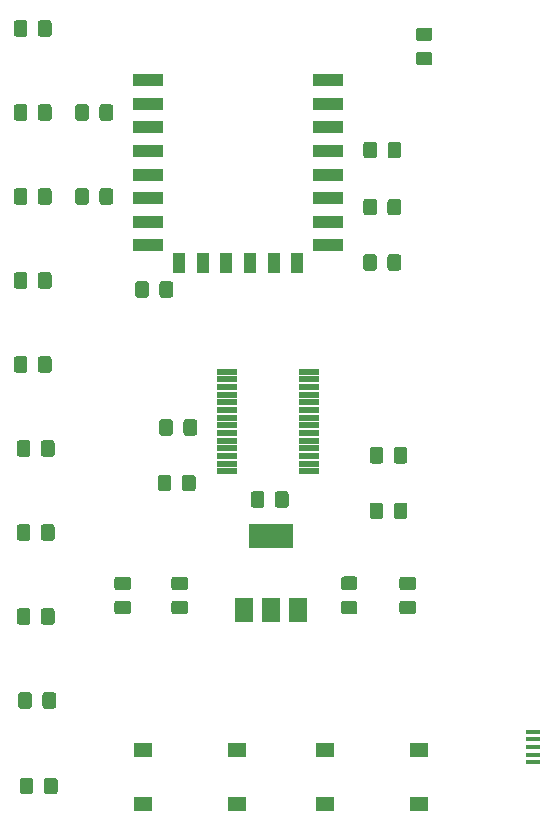
<source format=gbr>
G04 #@! TF.GenerationSoftware,KiCad,Pcbnew,(5.1.5-0-10_14)*
G04 #@! TF.CreationDate,2020-08-28T20:46:08+02:00*
G04 #@! TF.ProjectId,wifi-modem,77696669-2d6d-46f6-9465-6d2e6b696361,rev?*
G04 #@! TF.SameCoordinates,Original*
G04 #@! TF.FileFunction,Paste,Top*
G04 #@! TF.FilePolarity,Positive*
%FSLAX46Y46*%
G04 Gerber Fmt 4.6, Leading zero omitted, Abs format (unit mm)*
G04 Created by KiCad (PCBNEW (5.1.5-0-10_14)) date 2020-08-28 20:46:08*
%MOMM*%
%LPD*%
G04 APERTURE LIST*
%ADD10R,2.500000X1.000000*%
%ADD11R,1.000000X1.800000*%
%ADD12R,1.300000X0.450000*%
%ADD13C,0.100000*%
%ADD14R,1.550000X1.300000*%
%ADD15R,1.500000X2.000000*%
%ADD16R,3.800000X2.000000*%
%ADD17R,1.700000X0.480000*%
G04 APERTURE END LIST*
D10*
X156190000Y-72700000D03*
X156190000Y-74700000D03*
X156190000Y-76700000D03*
X156190000Y-78700000D03*
X156190000Y-80700000D03*
X156190000Y-82700000D03*
X156190000Y-84700000D03*
X156190000Y-86700000D03*
D11*
X153590000Y-88200000D03*
X151590000Y-88200000D03*
X149590000Y-88200000D03*
X147590000Y-88200000D03*
X145590000Y-88200000D03*
X143590000Y-88200000D03*
D10*
X140990000Y-86700000D03*
X140990000Y-84700000D03*
X140990000Y-82700000D03*
X140990000Y-80700000D03*
X140990000Y-78700000D03*
X140990000Y-76700000D03*
X140990000Y-74700000D03*
X140990000Y-72700000D03*
D12*
X173537800Y-127859000D03*
X173537800Y-128509000D03*
X173537800Y-129159000D03*
X173537800Y-129809000D03*
X173537800Y-130459000D03*
D13*
G36*
X164812505Y-70301204D02*
G01*
X164836773Y-70304804D01*
X164860572Y-70310765D01*
X164883671Y-70319030D01*
X164905850Y-70329520D01*
X164926893Y-70342132D01*
X164946599Y-70356747D01*
X164964777Y-70373223D01*
X164981253Y-70391401D01*
X164995868Y-70411107D01*
X165008480Y-70432150D01*
X165018970Y-70454329D01*
X165027235Y-70477428D01*
X165033196Y-70501227D01*
X165036796Y-70525495D01*
X165038000Y-70549999D01*
X165038000Y-71200001D01*
X165036796Y-71224505D01*
X165033196Y-71248773D01*
X165027235Y-71272572D01*
X165018970Y-71295671D01*
X165008480Y-71317850D01*
X164995868Y-71338893D01*
X164981253Y-71358599D01*
X164964777Y-71376777D01*
X164946599Y-71393253D01*
X164926893Y-71407868D01*
X164905850Y-71420480D01*
X164883671Y-71430970D01*
X164860572Y-71439235D01*
X164836773Y-71445196D01*
X164812505Y-71448796D01*
X164788001Y-71450000D01*
X163887999Y-71450000D01*
X163863495Y-71448796D01*
X163839227Y-71445196D01*
X163815428Y-71439235D01*
X163792329Y-71430970D01*
X163770150Y-71420480D01*
X163749107Y-71407868D01*
X163729401Y-71393253D01*
X163711223Y-71376777D01*
X163694747Y-71358599D01*
X163680132Y-71338893D01*
X163667520Y-71317850D01*
X163657030Y-71295671D01*
X163648765Y-71272572D01*
X163642804Y-71248773D01*
X163639204Y-71224505D01*
X163638000Y-71200001D01*
X163638000Y-70549999D01*
X163639204Y-70525495D01*
X163642804Y-70501227D01*
X163648765Y-70477428D01*
X163657030Y-70454329D01*
X163667520Y-70432150D01*
X163680132Y-70411107D01*
X163694747Y-70391401D01*
X163711223Y-70373223D01*
X163729401Y-70356747D01*
X163749107Y-70342132D01*
X163770150Y-70329520D01*
X163792329Y-70319030D01*
X163815428Y-70310765D01*
X163839227Y-70304804D01*
X163863495Y-70301204D01*
X163887999Y-70300000D01*
X164788001Y-70300000D01*
X164812505Y-70301204D01*
G37*
G36*
X164812505Y-68251204D02*
G01*
X164836773Y-68254804D01*
X164860572Y-68260765D01*
X164883671Y-68269030D01*
X164905850Y-68279520D01*
X164926893Y-68292132D01*
X164946599Y-68306747D01*
X164964777Y-68323223D01*
X164981253Y-68341401D01*
X164995868Y-68361107D01*
X165008480Y-68382150D01*
X165018970Y-68404329D01*
X165027235Y-68427428D01*
X165033196Y-68451227D01*
X165036796Y-68475495D01*
X165038000Y-68499999D01*
X165038000Y-69150001D01*
X165036796Y-69174505D01*
X165033196Y-69198773D01*
X165027235Y-69222572D01*
X165018970Y-69245671D01*
X165008480Y-69267850D01*
X164995868Y-69288893D01*
X164981253Y-69308599D01*
X164964777Y-69326777D01*
X164946599Y-69343253D01*
X164926893Y-69357868D01*
X164905850Y-69370480D01*
X164883671Y-69380970D01*
X164860572Y-69389235D01*
X164836773Y-69395196D01*
X164812505Y-69398796D01*
X164788001Y-69400000D01*
X163887999Y-69400000D01*
X163863495Y-69398796D01*
X163839227Y-69395196D01*
X163815428Y-69389235D01*
X163792329Y-69380970D01*
X163770150Y-69370480D01*
X163749107Y-69357868D01*
X163729401Y-69343253D01*
X163711223Y-69326777D01*
X163694747Y-69308599D01*
X163680132Y-69288893D01*
X163667520Y-69267850D01*
X163657030Y-69245671D01*
X163648765Y-69222572D01*
X163642804Y-69198773D01*
X163639204Y-69174505D01*
X163638000Y-69150001D01*
X163638000Y-68499999D01*
X163639204Y-68475495D01*
X163642804Y-68451227D01*
X163648765Y-68427428D01*
X163657030Y-68404329D01*
X163667520Y-68382150D01*
X163680132Y-68361107D01*
X163694747Y-68341401D01*
X163711223Y-68323223D01*
X163729401Y-68306747D01*
X163749107Y-68292132D01*
X163770150Y-68279520D01*
X163792329Y-68269030D01*
X163815428Y-68260765D01*
X163839227Y-68254804D01*
X163863495Y-68251204D01*
X163887999Y-68250000D01*
X164788001Y-68250000D01*
X164812505Y-68251204D01*
G37*
D14*
X163868000Y-133949000D03*
X163868000Y-129449000D03*
X155918000Y-129449000D03*
X155918000Y-133949000D03*
X148501000Y-133949000D03*
X148501000Y-129449000D03*
X140551000Y-129449000D03*
X140551000Y-133949000D03*
D13*
G36*
X162165505Y-77914204D02*
G01*
X162189773Y-77917804D01*
X162213572Y-77923765D01*
X162236671Y-77932030D01*
X162258850Y-77942520D01*
X162279893Y-77955132D01*
X162299599Y-77969747D01*
X162317777Y-77986223D01*
X162334253Y-78004401D01*
X162348868Y-78024107D01*
X162361480Y-78045150D01*
X162371970Y-78067329D01*
X162380235Y-78090428D01*
X162386196Y-78114227D01*
X162389796Y-78138495D01*
X162391000Y-78162999D01*
X162391000Y-79063001D01*
X162389796Y-79087505D01*
X162386196Y-79111773D01*
X162380235Y-79135572D01*
X162371970Y-79158671D01*
X162361480Y-79180850D01*
X162348868Y-79201893D01*
X162334253Y-79221599D01*
X162317777Y-79239777D01*
X162299599Y-79256253D01*
X162279893Y-79270868D01*
X162258850Y-79283480D01*
X162236671Y-79293970D01*
X162213572Y-79302235D01*
X162189773Y-79308196D01*
X162165505Y-79311796D01*
X162141001Y-79313000D01*
X161490999Y-79313000D01*
X161466495Y-79311796D01*
X161442227Y-79308196D01*
X161418428Y-79302235D01*
X161395329Y-79293970D01*
X161373150Y-79283480D01*
X161352107Y-79270868D01*
X161332401Y-79256253D01*
X161314223Y-79239777D01*
X161297747Y-79221599D01*
X161283132Y-79201893D01*
X161270520Y-79180850D01*
X161260030Y-79158671D01*
X161251765Y-79135572D01*
X161245804Y-79111773D01*
X161242204Y-79087505D01*
X161241000Y-79063001D01*
X161241000Y-78162999D01*
X161242204Y-78138495D01*
X161245804Y-78114227D01*
X161251765Y-78090428D01*
X161260030Y-78067329D01*
X161270520Y-78045150D01*
X161283132Y-78024107D01*
X161297747Y-78004401D01*
X161314223Y-77986223D01*
X161332401Y-77969747D01*
X161352107Y-77955132D01*
X161373150Y-77942520D01*
X161395329Y-77932030D01*
X161418428Y-77923765D01*
X161442227Y-77917804D01*
X161466495Y-77914204D01*
X161490999Y-77913000D01*
X162141001Y-77913000D01*
X162165505Y-77914204D01*
G37*
G36*
X160115505Y-77914204D02*
G01*
X160139773Y-77917804D01*
X160163572Y-77923765D01*
X160186671Y-77932030D01*
X160208850Y-77942520D01*
X160229893Y-77955132D01*
X160249599Y-77969747D01*
X160267777Y-77986223D01*
X160284253Y-78004401D01*
X160298868Y-78024107D01*
X160311480Y-78045150D01*
X160321970Y-78067329D01*
X160330235Y-78090428D01*
X160336196Y-78114227D01*
X160339796Y-78138495D01*
X160341000Y-78162999D01*
X160341000Y-79063001D01*
X160339796Y-79087505D01*
X160336196Y-79111773D01*
X160330235Y-79135572D01*
X160321970Y-79158671D01*
X160311480Y-79180850D01*
X160298868Y-79201893D01*
X160284253Y-79221599D01*
X160267777Y-79239777D01*
X160249599Y-79256253D01*
X160229893Y-79270868D01*
X160208850Y-79283480D01*
X160186671Y-79293970D01*
X160163572Y-79302235D01*
X160139773Y-79308196D01*
X160115505Y-79311796D01*
X160091001Y-79313000D01*
X159440999Y-79313000D01*
X159416495Y-79311796D01*
X159392227Y-79308196D01*
X159368428Y-79302235D01*
X159345329Y-79293970D01*
X159323150Y-79283480D01*
X159302107Y-79270868D01*
X159282401Y-79256253D01*
X159264223Y-79239777D01*
X159247747Y-79221599D01*
X159233132Y-79201893D01*
X159220520Y-79180850D01*
X159210030Y-79158671D01*
X159201765Y-79135572D01*
X159195804Y-79111773D01*
X159192204Y-79087505D01*
X159191000Y-79063001D01*
X159191000Y-78162999D01*
X159192204Y-78138495D01*
X159195804Y-78114227D01*
X159201765Y-78090428D01*
X159210030Y-78067329D01*
X159220520Y-78045150D01*
X159233132Y-78024107D01*
X159247747Y-78004401D01*
X159264223Y-77986223D01*
X159282401Y-77969747D01*
X159302107Y-77955132D01*
X159323150Y-77942520D01*
X159345329Y-77932030D01*
X159368428Y-77923765D01*
X159392227Y-77917804D01*
X159416495Y-77914204D01*
X159440999Y-77913000D01*
X160091001Y-77913000D01*
X160115505Y-77914204D01*
G37*
G36*
X162156505Y-82740204D02*
G01*
X162180773Y-82743804D01*
X162204572Y-82749765D01*
X162227671Y-82758030D01*
X162249850Y-82768520D01*
X162270893Y-82781132D01*
X162290599Y-82795747D01*
X162308777Y-82812223D01*
X162325253Y-82830401D01*
X162339868Y-82850107D01*
X162352480Y-82871150D01*
X162362970Y-82893329D01*
X162371235Y-82916428D01*
X162377196Y-82940227D01*
X162380796Y-82964495D01*
X162382000Y-82988999D01*
X162382000Y-83889001D01*
X162380796Y-83913505D01*
X162377196Y-83937773D01*
X162371235Y-83961572D01*
X162362970Y-83984671D01*
X162352480Y-84006850D01*
X162339868Y-84027893D01*
X162325253Y-84047599D01*
X162308777Y-84065777D01*
X162290599Y-84082253D01*
X162270893Y-84096868D01*
X162249850Y-84109480D01*
X162227671Y-84119970D01*
X162204572Y-84128235D01*
X162180773Y-84134196D01*
X162156505Y-84137796D01*
X162132001Y-84139000D01*
X161481999Y-84139000D01*
X161457495Y-84137796D01*
X161433227Y-84134196D01*
X161409428Y-84128235D01*
X161386329Y-84119970D01*
X161364150Y-84109480D01*
X161343107Y-84096868D01*
X161323401Y-84082253D01*
X161305223Y-84065777D01*
X161288747Y-84047599D01*
X161274132Y-84027893D01*
X161261520Y-84006850D01*
X161251030Y-83984671D01*
X161242765Y-83961572D01*
X161236804Y-83937773D01*
X161233204Y-83913505D01*
X161232000Y-83889001D01*
X161232000Y-82988999D01*
X161233204Y-82964495D01*
X161236804Y-82940227D01*
X161242765Y-82916428D01*
X161251030Y-82893329D01*
X161261520Y-82871150D01*
X161274132Y-82850107D01*
X161288747Y-82830401D01*
X161305223Y-82812223D01*
X161323401Y-82795747D01*
X161343107Y-82781132D01*
X161364150Y-82768520D01*
X161386329Y-82758030D01*
X161409428Y-82749765D01*
X161433227Y-82743804D01*
X161457495Y-82740204D01*
X161481999Y-82739000D01*
X162132001Y-82739000D01*
X162156505Y-82740204D01*
G37*
G36*
X160106505Y-82740204D02*
G01*
X160130773Y-82743804D01*
X160154572Y-82749765D01*
X160177671Y-82758030D01*
X160199850Y-82768520D01*
X160220893Y-82781132D01*
X160240599Y-82795747D01*
X160258777Y-82812223D01*
X160275253Y-82830401D01*
X160289868Y-82850107D01*
X160302480Y-82871150D01*
X160312970Y-82893329D01*
X160321235Y-82916428D01*
X160327196Y-82940227D01*
X160330796Y-82964495D01*
X160332000Y-82988999D01*
X160332000Y-83889001D01*
X160330796Y-83913505D01*
X160327196Y-83937773D01*
X160321235Y-83961572D01*
X160312970Y-83984671D01*
X160302480Y-84006850D01*
X160289868Y-84027893D01*
X160275253Y-84047599D01*
X160258777Y-84065777D01*
X160240599Y-84082253D01*
X160220893Y-84096868D01*
X160199850Y-84109480D01*
X160177671Y-84119970D01*
X160154572Y-84128235D01*
X160130773Y-84134196D01*
X160106505Y-84137796D01*
X160082001Y-84139000D01*
X159431999Y-84139000D01*
X159407495Y-84137796D01*
X159383227Y-84134196D01*
X159359428Y-84128235D01*
X159336329Y-84119970D01*
X159314150Y-84109480D01*
X159293107Y-84096868D01*
X159273401Y-84082253D01*
X159255223Y-84065777D01*
X159238747Y-84047599D01*
X159224132Y-84027893D01*
X159211520Y-84006850D01*
X159201030Y-83984671D01*
X159192765Y-83961572D01*
X159186804Y-83937773D01*
X159183204Y-83913505D01*
X159182000Y-83889001D01*
X159182000Y-82988999D01*
X159183204Y-82964495D01*
X159186804Y-82940227D01*
X159192765Y-82916428D01*
X159201030Y-82893329D01*
X159211520Y-82871150D01*
X159224132Y-82850107D01*
X159238747Y-82830401D01*
X159255223Y-82812223D01*
X159273401Y-82795747D01*
X159293107Y-82781132D01*
X159314150Y-82768520D01*
X159336329Y-82758030D01*
X159359428Y-82749765D01*
X159383227Y-82743804D01*
X159407495Y-82740204D01*
X159431999Y-82739000D01*
X160082001Y-82739000D01*
X160106505Y-82740204D01*
G37*
G36*
X162156505Y-87439204D02*
G01*
X162180773Y-87442804D01*
X162204572Y-87448765D01*
X162227671Y-87457030D01*
X162249850Y-87467520D01*
X162270893Y-87480132D01*
X162290599Y-87494747D01*
X162308777Y-87511223D01*
X162325253Y-87529401D01*
X162339868Y-87549107D01*
X162352480Y-87570150D01*
X162362970Y-87592329D01*
X162371235Y-87615428D01*
X162377196Y-87639227D01*
X162380796Y-87663495D01*
X162382000Y-87687999D01*
X162382000Y-88588001D01*
X162380796Y-88612505D01*
X162377196Y-88636773D01*
X162371235Y-88660572D01*
X162362970Y-88683671D01*
X162352480Y-88705850D01*
X162339868Y-88726893D01*
X162325253Y-88746599D01*
X162308777Y-88764777D01*
X162290599Y-88781253D01*
X162270893Y-88795868D01*
X162249850Y-88808480D01*
X162227671Y-88818970D01*
X162204572Y-88827235D01*
X162180773Y-88833196D01*
X162156505Y-88836796D01*
X162132001Y-88838000D01*
X161481999Y-88838000D01*
X161457495Y-88836796D01*
X161433227Y-88833196D01*
X161409428Y-88827235D01*
X161386329Y-88818970D01*
X161364150Y-88808480D01*
X161343107Y-88795868D01*
X161323401Y-88781253D01*
X161305223Y-88764777D01*
X161288747Y-88746599D01*
X161274132Y-88726893D01*
X161261520Y-88705850D01*
X161251030Y-88683671D01*
X161242765Y-88660572D01*
X161236804Y-88636773D01*
X161233204Y-88612505D01*
X161232000Y-88588001D01*
X161232000Y-87687999D01*
X161233204Y-87663495D01*
X161236804Y-87639227D01*
X161242765Y-87615428D01*
X161251030Y-87592329D01*
X161261520Y-87570150D01*
X161274132Y-87549107D01*
X161288747Y-87529401D01*
X161305223Y-87511223D01*
X161323401Y-87494747D01*
X161343107Y-87480132D01*
X161364150Y-87467520D01*
X161386329Y-87457030D01*
X161409428Y-87448765D01*
X161433227Y-87442804D01*
X161457495Y-87439204D01*
X161481999Y-87438000D01*
X162132001Y-87438000D01*
X162156505Y-87439204D01*
G37*
G36*
X160106505Y-87439204D02*
G01*
X160130773Y-87442804D01*
X160154572Y-87448765D01*
X160177671Y-87457030D01*
X160199850Y-87467520D01*
X160220893Y-87480132D01*
X160240599Y-87494747D01*
X160258777Y-87511223D01*
X160275253Y-87529401D01*
X160289868Y-87549107D01*
X160302480Y-87570150D01*
X160312970Y-87592329D01*
X160321235Y-87615428D01*
X160327196Y-87639227D01*
X160330796Y-87663495D01*
X160332000Y-87687999D01*
X160332000Y-88588001D01*
X160330796Y-88612505D01*
X160327196Y-88636773D01*
X160321235Y-88660572D01*
X160312970Y-88683671D01*
X160302480Y-88705850D01*
X160289868Y-88726893D01*
X160275253Y-88746599D01*
X160258777Y-88764777D01*
X160240599Y-88781253D01*
X160220893Y-88795868D01*
X160199850Y-88808480D01*
X160177671Y-88818970D01*
X160154572Y-88827235D01*
X160130773Y-88833196D01*
X160106505Y-88836796D01*
X160082001Y-88838000D01*
X159431999Y-88838000D01*
X159407495Y-88836796D01*
X159383227Y-88833196D01*
X159359428Y-88827235D01*
X159336329Y-88818970D01*
X159314150Y-88808480D01*
X159293107Y-88795868D01*
X159273401Y-88781253D01*
X159255223Y-88764777D01*
X159238747Y-88746599D01*
X159224132Y-88726893D01*
X159211520Y-88705850D01*
X159201030Y-88683671D01*
X159192765Y-88660572D01*
X159186804Y-88636773D01*
X159183204Y-88612505D01*
X159182000Y-88588001D01*
X159182000Y-87687999D01*
X159183204Y-87663495D01*
X159186804Y-87639227D01*
X159192765Y-87615428D01*
X159201030Y-87592329D01*
X159211520Y-87570150D01*
X159224132Y-87549107D01*
X159238747Y-87529401D01*
X159255223Y-87511223D01*
X159273401Y-87494747D01*
X159293107Y-87480132D01*
X159314150Y-87467520D01*
X159336329Y-87457030D01*
X159359428Y-87448765D01*
X159383227Y-87442804D01*
X159407495Y-87439204D01*
X159431999Y-87438000D01*
X160082001Y-87438000D01*
X160106505Y-87439204D01*
G37*
G36*
X135722505Y-74739204D02*
G01*
X135746773Y-74742804D01*
X135770572Y-74748765D01*
X135793671Y-74757030D01*
X135815850Y-74767520D01*
X135836893Y-74780132D01*
X135856599Y-74794747D01*
X135874777Y-74811223D01*
X135891253Y-74829401D01*
X135905868Y-74849107D01*
X135918480Y-74870150D01*
X135928970Y-74892329D01*
X135937235Y-74915428D01*
X135943196Y-74939227D01*
X135946796Y-74963495D01*
X135948000Y-74987999D01*
X135948000Y-75888001D01*
X135946796Y-75912505D01*
X135943196Y-75936773D01*
X135937235Y-75960572D01*
X135928970Y-75983671D01*
X135918480Y-76005850D01*
X135905868Y-76026893D01*
X135891253Y-76046599D01*
X135874777Y-76064777D01*
X135856599Y-76081253D01*
X135836893Y-76095868D01*
X135815850Y-76108480D01*
X135793671Y-76118970D01*
X135770572Y-76127235D01*
X135746773Y-76133196D01*
X135722505Y-76136796D01*
X135698001Y-76138000D01*
X135047999Y-76138000D01*
X135023495Y-76136796D01*
X134999227Y-76133196D01*
X134975428Y-76127235D01*
X134952329Y-76118970D01*
X134930150Y-76108480D01*
X134909107Y-76095868D01*
X134889401Y-76081253D01*
X134871223Y-76064777D01*
X134854747Y-76046599D01*
X134840132Y-76026893D01*
X134827520Y-76005850D01*
X134817030Y-75983671D01*
X134808765Y-75960572D01*
X134802804Y-75936773D01*
X134799204Y-75912505D01*
X134798000Y-75888001D01*
X134798000Y-74987999D01*
X134799204Y-74963495D01*
X134802804Y-74939227D01*
X134808765Y-74915428D01*
X134817030Y-74892329D01*
X134827520Y-74870150D01*
X134840132Y-74849107D01*
X134854747Y-74829401D01*
X134871223Y-74811223D01*
X134889401Y-74794747D01*
X134909107Y-74780132D01*
X134930150Y-74767520D01*
X134952329Y-74757030D01*
X134975428Y-74748765D01*
X134999227Y-74742804D01*
X135023495Y-74739204D01*
X135047999Y-74738000D01*
X135698001Y-74738000D01*
X135722505Y-74739204D01*
G37*
G36*
X137772505Y-74739204D02*
G01*
X137796773Y-74742804D01*
X137820572Y-74748765D01*
X137843671Y-74757030D01*
X137865850Y-74767520D01*
X137886893Y-74780132D01*
X137906599Y-74794747D01*
X137924777Y-74811223D01*
X137941253Y-74829401D01*
X137955868Y-74849107D01*
X137968480Y-74870150D01*
X137978970Y-74892329D01*
X137987235Y-74915428D01*
X137993196Y-74939227D01*
X137996796Y-74963495D01*
X137998000Y-74987999D01*
X137998000Y-75888001D01*
X137996796Y-75912505D01*
X137993196Y-75936773D01*
X137987235Y-75960572D01*
X137978970Y-75983671D01*
X137968480Y-76005850D01*
X137955868Y-76026893D01*
X137941253Y-76046599D01*
X137924777Y-76064777D01*
X137906599Y-76081253D01*
X137886893Y-76095868D01*
X137865850Y-76108480D01*
X137843671Y-76118970D01*
X137820572Y-76127235D01*
X137796773Y-76133196D01*
X137772505Y-76136796D01*
X137748001Y-76138000D01*
X137097999Y-76138000D01*
X137073495Y-76136796D01*
X137049227Y-76133196D01*
X137025428Y-76127235D01*
X137002329Y-76118970D01*
X136980150Y-76108480D01*
X136959107Y-76095868D01*
X136939401Y-76081253D01*
X136921223Y-76064777D01*
X136904747Y-76046599D01*
X136890132Y-76026893D01*
X136877520Y-76005850D01*
X136867030Y-75983671D01*
X136858765Y-75960572D01*
X136852804Y-75936773D01*
X136849204Y-75912505D01*
X136848000Y-75888001D01*
X136848000Y-74987999D01*
X136849204Y-74963495D01*
X136852804Y-74939227D01*
X136858765Y-74915428D01*
X136867030Y-74892329D01*
X136877520Y-74870150D01*
X136890132Y-74849107D01*
X136904747Y-74829401D01*
X136921223Y-74811223D01*
X136939401Y-74794747D01*
X136959107Y-74780132D01*
X136980150Y-74767520D01*
X137002329Y-74757030D01*
X137025428Y-74748765D01*
X137049227Y-74742804D01*
X137073495Y-74739204D01*
X137097999Y-74738000D01*
X137748001Y-74738000D01*
X137772505Y-74739204D01*
G37*
G36*
X135722505Y-81851204D02*
G01*
X135746773Y-81854804D01*
X135770572Y-81860765D01*
X135793671Y-81869030D01*
X135815850Y-81879520D01*
X135836893Y-81892132D01*
X135856599Y-81906747D01*
X135874777Y-81923223D01*
X135891253Y-81941401D01*
X135905868Y-81961107D01*
X135918480Y-81982150D01*
X135928970Y-82004329D01*
X135937235Y-82027428D01*
X135943196Y-82051227D01*
X135946796Y-82075495D01*
X135948000Y-82099999D01*
X135948000Y-83000001D01*
X135946796Y-83024505D01*
X135943196Y-83048773D01*
X135937235Y-83072572D01*
X135928970Y-83095671D01*
X135918480Y-83117850D01*
X135905868Y-83138893D01*
X135891253Y-83158599D01*
X135874777Y-83176777D01*
X135856599Y-83193253D01*
X135836893Y-83207868D01*
X135815850Y-83220480D01*
X135793671Y-83230970D01*
X135770572Y-83239235D01*
X135746773Y-83245196D01*
X135722505Y-83248796D01*
X135698001Y-83250000D01*
X135047999Y-83250000D01*
X135023495Y-83248796D01*
X134999227Y-83245196D01*
X134975428Y-83239235D01*
X134952329Y-83230970D01*
X134930150Y-83220480D01*
X134909107Y-83207868D01*
X134889401Y-83193253D01*
X134871223Y-83176777D01*
X134854747Y-83158599D01*
X134840132Y-83138893D01*
X134827520Y-83117850D01*
X134817030Y-83095671D01*
X134808765Y-83072572D01*
X134802804Y-83048773D01*
X134799204Y-83024505D01*
X134798000Y-83000001D01*
X134798000Y-82099999D01*
X134799204Y-82075495D01*
X134802804Y-82051227D01*
X134808765Y-82027428D01*
X134817030Y-82004329D01*
X134827520Y-81982150D01*
X134840132Y-81961107D01*
X134854747Y-81941401D01*
X134871223Y-81923223D01*
X134889401Y-81906747D01*
X134909107Y-81892132D01*
X134930150Y-81879520D01*
X134952329Y-81869030D01*
X134975428Y-81860765D01*
X134999227Y-81854804D01*
X135023495Y-81851204D01*
X135047999Y-81850000D01*
X135698001Y-81850000D01*
X135722505Y-81851204D01*
G37*
G36*
X137772505Y-81851204D02*
G01*
X137796773Y-81854804D01*
X137820572Y-81860765D01*
X137843671Y-81869030D01*
X137865850Y-81879520D01*
X137886893Y-81892132D01*
X137906599Y-81906747D01*
X137924777Y-81923223D01*
X137941253Y-81941401D01*
X137955868Y-81961107D01*
X137968480Y-81982150D01*
X137978970Y-82004329D01*
X137987235Y-82027428D01*
X137993196Y-82051227D01*
X137996796Y-82075495D01*
X137998000Y-82099999D01*
X137998000Y-83000001D01*
X137996796Y-83024505D01*
X137993196Y-83048773D01*
X137987235Y-83072572D01*
X137978970Y-83095671D01*
X137968480Y-83117850D01*
X137955868Y-83138893D01*
X137941253Y-83158599D01*
X137924777Y-83176777D01*
X137906599Y-83193253D01*
X137886893Y-83207868D01*
X137865850Y-83220480D01*
X137843671Y-83230970D01*
X137820572Y-83239235D01*
X137796773Y-83245196D01*
X137772505Y-83248796D01*
X137748001Y-83250000D01*
X137097999Y-83250000D01*
X137073495Y-83248796D01*
X137049227Y-83245196D01*
X137025428Y-83239235D01*
X137002329Y-83230970D01*
X136980150Y-83220480D01*
X136959107Y-83207868D01*
X136939401Y-83193253D01*
X136921223Y-83176777D01*
X136904747Y-83158599D01*
X136890132Y-83138893D01*
X136877520Y-83117850D01*
X136867030Y-83095671D01*
X136858765Y-83072572D01*
X136852804Y-83048773D01*
X136849204Y-83024505D01*
X136848000Y-83000001D01*
X136848000Y-82099999D01*
X136849204Y-82075495D01*
X136852804Y-82051227D01*
X136858765Y-82027428D01*
X136867030Y-82004329D01*
X136877520Y-81982150D01*
X136890132Y-81961107D01*
X136904747Y-81941401D01*
X136921223Y-81923223D01*
X136939401Y-81906747D01*
X136959107Y-81892132D01*
X136980150Y-81879520D01*
X137002329Y-81869030D01*
X137025428Y-81860765D01*
X137049227Y-81854804D01*
X137073495Y-81851204D01*
X137097999Y-81850000D01*
X137748001Y-81850000D01*
X137772505Y-81851204D01*
G37*
G36*
X130769505Y-103187204D02*
G01*
X130793773Y-103190804D01*
X130817572Y-103196765D01*
X130840671Y-103205030D01*
X130862850Y-103215520D01*
X130883893Y-103228132D01*
X130903599Y-103242747D01*
X130921777Y-103259223D01*
X130938253Y-103277401D01*
X130952868Y-103297107D01*
X130965480Y-103318150D01*
X130975970Y-103340329D01*
X130984235Y-103363428D01*
X130990196Y-103387227D01*
X130993796Y-103411495D01*
X130995000Y-103435999D01*
X130995000Y-104336001D01*
X130993796Y-104360505D01*
X130990196Y-104384773D01*
X130984235Y-104408572D01*
X130975970Y-104431671D01*
X130965480Y-104453850D01*
X130952868Y-104474893D01*
X130938253Y-104494599D01*
X130921777Y-104512777D01*
X130903599Y-104529253D01*
X130883893Y-104543868D01*
X130862850Y-104556480D01*
X130840671Y-104566970D01*
X130817572Y-104575235D01*
X130793773Y-104581196D01*
X130769505Y-104584796D01*
X130745001Y-104586000D01*
X130094999Y-104586000D01*
X130070495Y-104584796D01*
X130046227Y-104581196D01*
X130022428Y-104575235D01*
X129999329Y-104566970D01*
X129977150Y-104556480D01*
X129956107Y-104543868D01*
X129936401Y-104529253D01*
X129918223Y-104512777D01*
X129901747Y-104494599D01*
X129887132Y-104474893D01*
X129874520Y-104453850D01*
X129864030Y-104431671D01*
X129855765Y-104408572D01*
X129849804Y-104384773D01*
X129846204Y-104360505D01*
X129845000Y-104336001D01*
X129845000Y-103435999D01*
X129846204Y-103411495D01*
X129849804Y-103387227D01*
X129855765Y-103363428D01*
X129864030Y-103340329D01*
X129874520Y-103318150D01*
X129887132Y-103297107D01*
X129901747Y-103277401D01*
X129918223Y-103259223D01*
X129936401Y-103242747D01*
X129956107Y-103228132D01*
X129977150Y-103215520D01*
X129999329Y-103205030D01*
X130022428Y-103196765D01*
X130046227Y-103190804D01*
X130070495Y-103187204D01*
X130094999Y-103186000D01*
X130745001Y-103186000D01*
X130769505Y-103187204D01*
G37*
G36*
X132819505Y-103187204D02*
G01*
X132843773Y-103190804D01*
X132867572Y-103196765D01*
X132890671Y-103205030D01*
X132912850Y-103215520D01*
X132933893Y-103228132D01*
X132953599Y-103242747D01*
X132971777Y-103259223D01*
X132988253Y-103277401D01*
X133002868Y-103297107D01*
X133015480Y-103318150D01*
X133025970Y-103340329D01*
X133034235Y-103363428D01*
X133040196Y-103387227D01*
X133043796Y-103411495D01*
X133045000Y-103435999D01*
X133045000Y-104336001D01*
X133043796Y-104360505D01*
X133040196Y-104384773D01*
X133034235Y-104408572D01*
X133025970Y-104431671D01*
X133015480Y-104453850D01*
X133002868Y-104474893D01*
X132988253Y-104494599D01*
X132971777Y-104512777D01*
X132953599Y-104529253D01*
X132933893Y-104543868D01*
X132912850Y-104556480D01*
X132890671Y-104566970D01*
X132867572Y-104575235D01*
X132843773Y-104581196D01*
X132819505Y-104584796D01*
X132795001Y-104586000D01*
X132144999Y-104586000D01*
X132120495Y-104584796D01*
X132096227Y-104581196D01*
X132072428Y-104575235D01*
X132049329Y-104566970D01*
X132027150Y-104556480D01*
X132006107Y-104543868D01*
X131986401Y-104529253D01*
X131968223Y-104512777D01*
X131951747Y-104494599D01*
X131937132Y-104474893D01*
X131924520Y-104453850D01*
X131914030Y-104431671D01*
X131905765Y-104408572D01*
X131899804Y-104384773D01*
X131896204Y-104360505D01*
X131895000Y-104336001D01*
X131895000Y-103435999D01*
X131896204Y-103411495D01*
X131899804Y-103387227D01*
X131905765Y-103363428D01*
X131914030Y-103340329D01*
X131924520Y-103318150D01*
X131937132Y-103297107D01*
X131951747Y-103277401D01*
X131968223Y-103259223D01*
X131986401Y-103242747D01*
X132006107Y-103228132D01*
X132027150Y-103215520D01*
X132049329Y-103205030D01*
X132072428Y-103196765D01*
X132096227Y-103190804D01*
X132120495Y-103187204D01*
X132144999Y-103186000D01*
X132795001Y-103186000D01*
X132819505Y-103187204D01*
G37*
G36*
X142852505Y-89725204D02*
G01*
X142876773Y-89728804D01*
X142900572Y-89734765D01*
X142923671Y-89743030D01*
X142945850Y-89753520D01*
X142966893Y-89766132D01*
X142986599Y-89780747D01*
X143004777Y-89797223D01*
X143021253Y-89815401D01*
X143035868Y-89835107D01*
X143048480Y-89856150D01*
X143058970Y-89878329D01*
X143067235Y-89901428D01*
X143073196Y-89925227D01*
X143076796Y-89949495D01*
X143078000Y-89973999D01*
X143078000Y-90874001D01*
X143076796Y-90898505D01*
X143073196Y-90922773D01*
X143067235Y-90946572D01*
X143058970Y-90969671D01*
X143048480Y-90991850D01*
X143035868Y-91012893D01*
X143021253Y-91032599D01*
X143004777Y-91050777D01*
X142986599Y-91067253D01*
X142966893Y-91081868D01*
X142945850Y-91094480D01*
X142923671Y-91104970D01*
X142900572Y-91113235D01*
X142876773Y-91119196D01*
X142852505Y-91122796D01*
X142828001Y-91124000D01*
X142177999Y-91124000D01*
X142153495Y-91122796D01*
X142129227Y-91119196D01*
X142105428Y-91113235D01*
X142082329Y-91104970D01*
X142060150Y-91094480D01*
X142039107Y-91081868D01*
X142019401Y-91067253D01*
X142001223Y-91050777D01*
X141984747Y-91032599D01*
X141970132Y-91012893D01*
X141957520Y-90991850D01*
X141947030Y-90969671D01*
X141938765Y-90946572D01*
X141932804Y-90922773D01*
X141929204Y-90898505D01*
X141928000Y-90874001D01*
X141928000Y-89973999D01*
X141929204Y-89949495D01*
X141932804Y-89925227D01*
X141938765Y-89901428D01*
X141947030Y-89878329D01*
X141957520Y-89856150D01*
X141970132Y-89835107D01*
X141984747Y-89815401D01*
X142001223Y-89797223D01*
X142019401Y-89780747D01*
X142039107Y-89766132D01*
X142060150Y-89753520D01*
X142082329Y-89743030D01*
X142105428Y-89734765D01*
X142129227Y-89728804D01*
X142153495Y-89725204D01*
X142177999Y-89724000D01*
X142828001Y-89724000D01*
X142852505Y-89725204D01*
G37*
G36*
X140802505Y-89725204D02*
G01*
X140826773Y-89728804D01*
X140850572Y-89734765D01*
X140873671Y-89743030D01*
X140895850Y-89753520D01*
X140916893Y-89766132D01*
X140936599Y-89780747D01*
X140954777Y-89797223D01*
X140971253Y-89815401D01*
X140985868Y-89835107D01*
X140998480Y-89856150D01*
X141008970Y-89878329D01*
X141017235Y-89901428D01*
X141023196Y-89925227D01*
X141026796Y-89949495D01*
X141028000Y-89973999D01*
X141028000Y-90874001D01*
X141026796Y-90898505D01*
X141023196Y-90922773D01*
X141017235Y-90946572D01*
X141008970Y-90969671D01*
X140998480Y-90991850D01*
X140985868Y-91012893D01*
X140971253Y-91032599D01*
X140954777Y-91050777D01*
X140936599Y-91067253D01*
X140916893Y-91081868D01*
X140895850Y-91094480D01*
X140873671Y-91104970D01*
X140850572Y-91113235D01*
X140826773Y-91119196D01*
X140802505Y-91122796D01*
X140778001Y-91124000D01*
X140127999Y-91124000D01*
X140103495Y-91122796D01*
X140079227Y-91119196D01*
X140055428Y-91113235D01*
X140032329Y-91104970D01*
X140010150Y-91094480D01*
X139989107Y-91081868D01*
X139969401Y-91067253D01*
X139951223Y-91050777D01*
X139934747Y-91032599D01*
X139920132Y-91012893D01*
X139907520Y-90991850D01*
X139897030Y-90969671D01*
X139888765Y-90946572D01*
X139882804Y-90922773D01*
X139879204Y-90898505D01*
X139878000Y-90874001D01*
X139878000Y-89973999D01*
X139879204Y-89949495D01*
X139882804Y-89925227D01*
X139888765Y-89901428D01*
X139897030Y-89878329D01*
X139907520Y-89856150D01*
X139920132Y-89835107D01*
X139934747Y-89815401D01*
X139951223Y-89797223D01*
X139969401Y-89780747D01*
X139989107Y-89766132D01*
X140010150Y-89753520D01*
X140032329Y-89743030D01*
X140055428Y-89734765D01*
X140079227Y-89728804D01*
X140103495Y-89725204D01*
X140127999Y-89724000D01*
X140778001Y-89724000D01*
X140802505Y-89725204D01*
G37*
D15*
X149084000Y-117577000D03*
X153684000Y-117577000D03*
X151384000Y-117577000D03*
D16*
X151384000Y-111277000D03*
D13*
G36*
X130896505Y-124523204D02*
G01*
X130920773Y-124526804D01*
X130944572Y-124532765D01*
X130967671Y-124541030D01*
X130989850Y-124551520D01*
X131010893Y-124564132D01*
X131030599Y-124578747D01*
X131048777Y-124595223D01*
X131065253Y-124613401D01*
X131079868Y-124633107D01*
X131092480Y-124654150D01*
X131102970Y-124676329D01*
X131111235Y-124699428D01*
X131117196Y-124723227D01*
X131120796Y-124747495D01*
X131122000Y-124771999D01*
X131122000Y-125672001D01*
X131120796Y-125696505D01*
X131117196Y-125720773D01*
X131111235Y-125744572D01*
X131102970Y-125767671D01*
X131092480Y-125789850D01*
X131079868Y-125810893D01*
X131065253Y-125830599D01*
X131048777Y-125848777D01*
X131030599Y-125865253D01*
X131010893Y-125879868D01*
X130989850Y-125892480D01*
X130967671Y-125902970D01*
X130944572Y-125911235D01*
X130920773Y-125917196D01*
X130896505Y-125920796D01*
X130872001Y-125922000D01*
X130221999Y-125922000D01*
X130197495Y-125920796D01*
X130173227Y-125917196D01*
X130149428Y-125911235D01*
X130126329Y-125902970D01*
X130104150Y-125892480D01*
X130083107Y-125879868D01*
X130063401Y-125865253D01*
X130045223Y-125848777D01*
X130028747Y-125830599D01*
X130014132Y-125810893D01*
X130001520Y-125789850D01*
X129991030Y-125767671D01*
X129982765Y-125744572D01*
X129976804Y-125720773D01*
X129973204Y-125696505D01*
X129972000Y-125672001D01*
X129972000Y-124771999D01*
X129973204Y-124747495D01*
X129976804Y-124723227D01*
X129982765Y-124699428D01*
X129991030Y-124676329D01*
X130001520Y-124654150D01*
X130014132Y-124633107D01*
X130028747Y-124613401D01*
X130045223Y-124595223D01*
X130063401Y-124578747D01*
X130083107Y-124564132D01*
X130104150Y-124551520D01*
X130126329Y-124541030D01*
X130149428Y-124532765D01*
X130173227Y-124526804D01*
X130197495Y-124523204D01*
X130221999Y-124522000D01*
X130872001Y-124522000D01*
X130896505Y-124523204D01*
G37*
G36*
X132946505Y-124523204D02*
G01*
X132970773Y-124526804D01*
X132994572Y-124532765D01*
X133017671Y-124541030D01*
X133039850Y-124551520D01*
X133060893Y-124564132D01*
X133080599Y-124578747D01*
X133098777Y-124595223D01*
X133115253Y-124613401D01*
X133129868Y-124633107D01*
X133142480Y-124654150D01*
X133152970Y-124676329D01*
X133161235Y-124699428D01*
X133167196Y-124723227D01*
X133170796Y-124747495D01*
X133172000Y-124771999D01*
X133172000Y-125672001D01*
X133170796Y-125696505D01*
X133167196Y-125720773D01*
X133161235Y-125744572D01*
X133152970Y-125767671D01*
X133142480Y-125789850D01*
X133129868Y-125810893D01*
X133115253Y-125830599D01*
X133098777Y-125848777D01*
X133080599Y-125865253D01*
X133060893Y-125879868D01*
X133039850Y-125892480D01*
X133017671Y-125902970D01*
X132994572Y-125911235D01*
X132970773Y-125917196D01*
X132946505Y-125920796D01*
X132922001Y-125922000D01*
X132271999Y-125922000D01*
X132247495Y-125920796D01*
X132223227Y-125917196D01*
X132199428Y-125911235D01*
X132176329Y-125902970D01*
X132154150Y-125892480D01*
X132133107Y-125879868D01*
X132113401Y-125865253D01*
X132095223Y-125848777D01*
X132078747Y-125830599D01*
X132064132Y-125810893D01*
X132051520Y-125789850D01*
X132041030Y-125767671D01*
X132032765Y-125744572D01*
X132026804Y-125720773D01*
X132023204Y-125696505D01*
X132022000Y-125672001D01*
X132022000Y-124771999D01*
X132023204Y-124747495D01*
X132026804Y-124723227D01*
X132032765Y-124699428D01*
X132041030Y-124676329D01*
X132051520Y-124654150D01*
X132064132Y-124633107D01*
X132078747Y-124613401D01*
X132095223Y-124595223D01*
X132113401Y-124578747D01*
X132133107Y-124564132D01*
X132154150Y-124551520D01*
X132176329Y-124541030D01*
X132199428Y-124532765D01*
X132223227Y-124526804D01*
X132247495Y-124523204D01*
X132271999Y-124522000D01*
X132922001Y-124522000D01*
X132946505Y-124523204D01*
G37*
G36*
X131023505Y-131762204D02*
G01*
X131047773Y-131765804D01*
X131071572Y-131771765D01*
X131094671Y-131780030D01*
X131116850Y-131790520D01*
X131137893Y-131803132D01*
X131157599Y-131817747D01*
X131175777Y-131834223D01*
X131192253Y-131852401D01*
X131206868Y-131872107D01*
X131219480Y-131893150D01*
X131229970Y-131915329D01*
X131238235Y-131938428D01*
X131244196Y-131962227D01*
X131247796Y-131986495D01*
X131249000Y-132010999D01*
X131249000Y-132911001D01*
X131247796Y-132935505D01*
X131244196Y-132959773D01*
X131238235Y-132983572D01*
X131229970Y-133006671D01*
X131219480Y-133028850D01*
X131206868Y-133049893D01*
X131192253Y-133069599D01*
X131175777Y-133087777D01*
X131157599Y-133104253D01*
X131137893Y-133118868D01*
X131116850Y-133131480D01*
X131094671Y-133141970D01*
X131071572Y-133150235D01*
X131047773Y-133156196D01*
X131023505Y-133159796D01*
X130999001Y-133161000D01*
X130348999Y-133161000D01*
X130324495Y-133159796D01*
X130300227Y-133156196D01*
X130276428Y-133150235D01*
X130253329Y-133141970D01*
X130231150Y-133131480D01*
X130210107Y-133118868D01*
X130190401Y-133104253D01*
X130172223Y-133087777D01*
X130155747Y-133069599D01*
X130141132Y-133049893D01*
X130128520Y-133028850D01*
X130118030Y-133006671D01*
X130109765Y-132983572D01*
X130103804Y-132959773D01*
X130100204Y-132935505D01*
X130099000Y-132911001D01*
X130099000Y-132010999D01*
X130100204Y-131986495D01*
X130103804Y-131962227D01*
X130109765Y-131938428D01*
X130118030Y-131915329D01*
X130128520Y-131893150D01*
X130141132Y-131872107D01*
X130155747Y-131852401D01*
X130172223Y-131834223D01*
X130190401Y-131817747D01*
X130210107Y-131803132D01*
X130231150Y-131790520D01*
X130253329Y-131780030D01*
X130276428Y-131771765D01*
X130300227Y-131765804D01*
X130324495Y-131762204D01*
X130348999Y-131761000D01*
X130999001Y-131761000D01*
X131023505Y-131762204D01*
G37*
G36*
X133073505Y-131762204D02*
G01*
X133097773Y-131765804D01*
X133121572Y-131771765D01*
X133144671Y-131780030D01*
X133166850Y-131790520D01*
X133187893Y-131803132D01*
X133207599Y-131817747D01*
X133225777Y-131834223D01*
X133242253Y-131852401D01*
X133256868Y-131872107D01*
X133269480Y-131893150D01*
X133279970Y-131915329D01*
X133288235Y-131938428D01*
X133294196Y-131962227D01*
X133297796Y-131986495D01*
X133299000Y-132010999D01*
X133299000Y-132911001D01*
X133297796Y-132935505D01*
X133294196Y-132959773D01*
X133288235Y-132983572D01*
X133279970Y-133006671D01*
X133269480Y-133028850D01*
X133256868Y-133049893D01*
X133242253Y-133069599D01*
X133225777Y-133087777D01*
X133207599Y-133104253D01*
X133187893Y-133118868D01*
X133166850Y-133131480D01*
X133144671Y-133141970D01*
X133121572Y-133150235D01*
X133097773Y-133156196D01*
X133073505Y-133159796D01*
X133049001Y-133161000D01*
X132398999Y-133161000D01*
X132374495Y-133159796D01*
X132350227Y-133156196D01*
X132326428Y-133150235D01*
X132303329Y-133141970D01*
X132281150Y-133131480D01*
X132260107Y-133118868D01*
X132240401Y-133104253D01*
X132222223Y-133087777D01*
X132205747Y-133069599D01*
X132191132Y-133049893D01*
X132178520Y-133028850D01*
X132168030Y-133006671D01*
X132159765Y-132983572D01*
X132153804Y-132959773D01*
X132150204Y-132935505D01*
X132149000Y-132911001D01*
X132149000Y-132010999D01*
X132150204Y-131986495D01*
X132153804Y-131962227D01*
X132159765Y-131938428D01*
X132168030Y-131915329D01*
X132178520Y-131893150D01*
X132191132Y-131872107D01*
X132205747Y-131852401D01*
X132222223Y-131834223D01*
X132240401Y-131817747D01*
X132260107Y-131803132D01*
X132281150Y-131790520D01*
X132303329Y-131780030D01*
X132326428Y-131771765D01*
X132350227Y-131765804D01*
X132374495Y-131762204D01*
X132398999Y-131761000D01*
X133049001Y-131761000D01*
X133073505Y-131762204D01*
G37*
G36*
X162689905Y-108470404D02*
G01*
X162714173Y-108474004D01*
X162737972Y-108479965D01*
X162761071Y-108488230D01*
X162783250Y-108498720D01*
X162804293Y-108511332D01*
X162823999Y-108525947D01*
X162842177Y-108542423D01*
X162858653Y-108560601D01*
X162873268Y-108580307D01*
X162885880Y-108601350D01*
X162896370Y-108623529D01*
X162904635Y-108646628D01*
X162910596Y-108670427D01*
X162914196Y-108694695D01*
X162915400Y-108719199D01*
X162915400Y-109619201D01*
X162914196Y-109643705D01*
X162910596Y-109667973D01*
X162904635Y-109691772D01*
X162896370Y-109714871D01*
X162885880Y-109737050D01*
X162873268Y-109758093D01*
X162858653Y-109777799D01*
X162842177Y-109795977D01*
X162823999Y-109812453D01*
X162804293Y-109827068D01*
X162783250Y-109839680D01*
X162761071Y-109850170D01*
X162737972Y-109858435D01*
X162714173Y-109864396D01*
X162689905Y-109867996D01*
X162665401Y-109869200D01*
X162015399Y-109869200D01*
X161990895Y-109867996D01*
X161966627Y-109864396D01*
X161942828Y-109858435D01*
X161919729Y-109850170D01*
X161897550Y-109839680D01*
X161876507Y-109827068D01*
X161856801Y-109812453D01*
X161838623Y-109795977D01*
X161822147Y-109777799D01*
X161807532Y-109758093D01*
X161794920Y-109737050D01*
X161784430Y-109714871D01*
X161776165Y-109691772D01*
X161770204Y-109667973D01*
X161766604Y-109643705D01*
X161765400Y-109619201D01*
X161765400Y-108719199D01*
X161766604Y-108694695D01*
X161770204Y-108670427D01*
X161776165Y-108646628D01*
X161784430Y-108623529D01*
X161794920Y-108601350D01*
X161807532Y-108580307D01*
X161822147Y-108560601D01*
X161838623Y-108542423D01*
X161856801Y-108525947D01*
X161876507Y-108511332D01*
X161897550Y-108498720D01*
X161919729Y-108488230D01*
X161942828Y-108479965D01*
X161966627Y-108474004D01*
X161990895Y-108470404D01*
X162015399Y-108469200D01*
X162665401Y-108469200D01*
X162689905Y-108470404D01*
G37*
G36*
X160639905Y-108470404D02*
G01*
X160664173Y-108474004D01*
X160687972Y-108479965D01*
X160711071Y-108488230D01*
X160733250Y-108498720D01*
X160754293Y-108511332D01*
X160773999Y-108525947D01*
X160792177Y-108542423D01*
X160808653Y-108560601D01*
X160823268Y-108580307D01*
X160835880Y-108601350D01*
X160846370Y-108623529D01*
X160854635Y-108646628D01*
X160860596Y-108670427D01*
X160864196Y-108694695D01*
X160865400Y-108719199D01*
X160865400Y-109619201D01*
X160864196Y-109643705D01*
X160860596Y-109667973D01*
X160854635Y-109691772D01*
X160846370Y-109714871D01*
X160835880Y-109737050D01*
X160823268Y-109758093D01*
X160808653Y-109777799D01*
X160792177Y-109795977D01*
X160773999Y-109812453D01*
X160754293Y-109827068D01*
X160733250Y-109839680D01*
X160711071Y-109850170D01*
X160687972Y-109858435D01*
X160664173Y-109864396D01*
X160639905Y-109867996D01*
X160615401Y-109869200D01*
X159965399Y-109869200D01*
X159940895Y-109867996D01*
X159916627Y-109864396D01*
X159892828Y-109858435D01*
X159869729Y-109850170D01*
X159847550Y-109839680D01*
X159826507Y-109827068D01*
X159806801Y-109812453D01*
X159788623Y-109795977D01*
X159772147Y-109777799D01*
X159757532Y-109758093D01*
X159744920Y-109737050D01*
X159734430Y-109714871D01*
X159726165Y-109691772D01*
X159720204Y-109667973D01*
X159716604Y-109643705D01*
X159715400Y-109619201D01*
X159715400Y-108719199D01*
X159716604Y-108694695D01*
X159720204Y-108670427D01*
X159726165Y-108646628D01*
X159734430Y-108623529D01*
X159744920Y-108601350D01*
X159757532Y-108580307D01*
X159772147Y-108560601D01*
X159788623Y-108542423D01*
X159806801Y-108525947D01*
X159826507Y-108511332D01*
X159847550Y-108498720D01*
X159869729Y-108488230D01*
X159892828Y-108479965D01*
X159916627Y-108474004D01*
X159940895Y-108470404D01*
X159965399Y-108469200D01*
X160615401Y-108469200D01*
X160639905Y-108470404D01*
G37*
G36*
X144757505Y-106108204D02*
G01*
X144781773Y-106111804D01*
X144805572Y-106117765D01*
X144828671Y-106126030D01*
X144850850Y-106136520D01*
X144871893Y-106149132D01*
X144891599Y-106163747D01*
X144909777Y-106180223D01*
X144926253Y-106198401D01*
X144940868Y-106218107D01*
X144953480Y-106239150D01*
X144963970Y-106261329D01*
X144972235Y-106284428D01*
X144978196Y-106308227D01*
X144981796Y-106332495D01*
X144983000Y-106356999D01*
X144983000Y-107257001D01*
X144981796Y-107281505D01*
X144978196Y-107305773D01*
X144972235Y-107329572D01*
X144963970Y-107352671D01*
X144953480Y-107374850D01*
X144940868Y-107395893D01*
X144926253Y-107415599D01*
X144909777Y-107433777D01*
X144891599Y-107450253D01*
X144871893Y-107464868D01*
X144850850Y-107477480D01*
X144828671Y-107487970D01*
X144805572Y-107496235D01*
X144781773Y-107502196D01*
X144757505Y-107505796D01*
X144733001Y-107507000D01*
X144082999Y-107507000D01*
X144058495Y-107505796D01*
X144034227Y-107502196D01*
X144010428Y-107496235D01*
X143987329Y-107487970D01*
X143965150Y-107477480D01*
X143944107Y-107464868D01*
X143924401Y-107450253D01*
X143906223Y-107433777D01*
X143889747Y-107415599D01*
X143875132Y-107395893D01*
X143862520Y-107374850D01*
X143852030Y-107352671D01*
X143843765Y-107329572D01*
X143837804Y-107305773D01*
X143834204Y-107281505D01*
X143833000Y-107257001D01*
X143833000Y-106356999D01*
X143834204Y-106332495D01*
X143837804Y-106308227D01*
X143843765Y-106284428D01*
X143852030Y-106261329D01*
X143862520Y-106239150D01*
X143875132Y-106218107D01*
X143889747Y-106198401D01*
X143906223Y-106180223D01*
X143924401Y-106163747D01*
X143944107Y-106149132D01*
X143965150Y-106136520D01*
X143987329Y-106126030D01*
X144010428Y-106117765D01*
X144034227Y-106111804D01*
X144058495Y-106108204D01*
X144082999Y-106107000D01*
X144733001Y-106107000D01*
X144757505Y-106108204D01*
G37*
G36*
X142707505Y-106108204D02*
G01*
X142731773Y-106111804D01*
X142755572Y-106117765D01*
X142778671Y-106126030D01*
X142800850Y-106136520D01*
X142821893Y-106149132D01*
X142841599Y-106163747D01*
X142859777Y-106180223D01*
X142876253Y-106198401D01*
X142890868Y-106218107D01*
X142903480Y-106239150D01*
X142913970Y-106261329D01*
X142922235Y-106284428D01*
X142928196Y-106308227D01*
X142931796Y-106332495D01*
X142933000Y-106356999D01*
X142933000Y-107257001D01*
X142931796Y-107281505D01*
X142928196Y-107305773D01*
X142922235Y-107329572D01*
X142913970Y-107352671D01*
X142903480Y-107374850D01*
X142890868Y-107395893D01*
X142876253Y-107415599D01*
X142859777Y-107433777D01*
X142841599Y-107450253D01*
X142821893Y-107464868D01*
X142800850Y-107477480D01*
X142778671Y-107487970D01*
X142755572Y-107496235D01*
X142731773Y-107502196D01*
X142707505Y-107505796D01*
X142683001Y-107507000D01*
X142032999Y-107507000D01*
X142008495Y-107505796D01*
X141984227Y-107502196D01*
X141960428Y-107496235D01*
X141937329Y-107487970D01*
X141915150Y-107477480D01*
X141894107Y-107464868D01*
X141874401Y-107450253D01*
X141856223Y-107433777D01*
X141839747Y-107415599D01*
X141825132Y-107395893D01*
X141812520Y-107374850D01*
X141802030Y-107352671D01*
X141793765Y-107329572D01*
X141787804Y-107305773D01*
X141784204Y-107281505D01*
X141783000Y-107257001D01*
X141783000Y-106356999D01*
X141784204Y-106332495D01*
X141787804Y-106308227D01*
X141793765Y-106284428D01*
X141802030Y-106261329D01*
X141812520Y-106239150D01*
X141825132Y-106218107D01*
X141839747Y-106198401D01*
X141856223Y-106180223D01*
X141874401Y-106163747D01*
X141894107Y-106149132D01*
X141915150Y-106136520D01*
X141937329Y-106126030D01*
X141960428Y-106117765D01*
X141984227Y-106111804D01*
X142008495Y-106108204D01*
X142032999Y-106107000D01*
X142683001Y-106107000D01*
X142707505Y-106108204D01*
G37*
G36*
X150581505Y-107505204D02*
G01*
X150605773Y-107508804D01*
X150629572Y-107514765D01*
X150652671Y-107523030D01*
X150674850Y-107533520D01*
X150695893Y-107546132D01*
X150715599Y-107560747D01*
X150733777Y-107577223D01*
X150750253Y-107595401D01*
X150764868Y-107615107D01*
X150777480Y-107636150D01*
X150787970Y-107658329D01*
X150796235Y-107681428D01*
X150802196Y-107705227D01*
X150805796Y-107729495D01*
X150807000Y-107753999D01*
X150807000Y-108654001D01*
X150805796Y-108678505D01*
X150802196Y-108702773D01*
X150796235Y-108726572D01*
X150787970Y-108749671D01*
X150777480Y-108771850D01*
X150764868Y-108792893D01*
X150750253Y-108812599D01*
X150733777Y-108830777D01*
X150715599Y-108847253D01*
X150695893Y-108861868D01*
X150674850Y-108874480D01*
X150652671Y-108884970D01*
X150629572Y-108893235D01*
X150605773Y-108899196D01*
X150581505Y-108902796D01*
X150557001Y-108904000D01*
X149906999Y-108904000D01*
X149882495Y-108902796D01*
X149858227Y-108899196D01*
X149834428Y-108893235D01*
X149811329Y-108884970D01*
X149789150Y-108874480D01*
X149768107Y-108861868D01*
X149748401Y-108847253D01*
X149730223Y-108830777D01*
X149713747Y-108812599D01*
X149699132Y-108792893D01*
X149686520Y-108771850D01*
X149676030Y-108749671D01*
X149667765Y-108726572D01*
X149661804Y-108702773D01*
X149658204Y-108678505D01*
X149657000Y-108654001D01*
X149657000Y-107753999D01*
X149658204Y-107729495D01*
X149661804Y-107705227D01*
X149667765Y-107681428D01*
X149676030Y-107658329D01*
X149686520Y-107636150D01*
X149699132Y-107615107D01*
X149713747Y-107595401D01*
X149730223Y-107577223D01*
X149748401Y-107560747D01*
X149768107Y-107546132D01*
X149789150Y-107533520D01*
X149811329Y-107523030D01*
X149834428Y-107514765D01*
X149858227Y-107508804D01*
X149882495Y-107505204D01*
X149906999Y-107504000D01*
X150557001Y-107504000D01*
X150581505Y-107505204D01*
G37*
G36*
X152631505Y-107505204D02*
G01*
X152655773Y-107508804D01*
X152679572Y-107514765D01*
X152702671Y-107523030D01*
X152724850Y-107533520D01*
X152745893Y-107546132D01*
X152765599Y-107560747D01*
X152783777Y-107577223D01*
X152800253Y-107595401D01*
X152814868Y-107615107D01*
X152827480Y-107636150D01*
X152837970Y-107658329D01*
X152846235Y-107681428D01*
X152852196Y-107705227D01*
X152855796Y-107729495D01*
X152857000Y-107753999D01*
X152857000Y-108654001D01*
X152855796Y-108678505D01*
X152852196Y-108702773D01*
X152846235Y-108726572D01*
X152837970Y-108749671D01*
X152827480Y-108771850D01*
X152814868Y-108792893D01*
X152800253Y-108812599D01*
X152783777Y-108830777D01*
X152765599Y-108847253D01*
X152745893Y-108861868D01*
X152724850Y-108874480D01*
X152702671Y-108884970D01*
X152679572Y-108893235D01*
X152655773Y-108899196D01*
X152631505Y-108902796D01*
X152607001Y-108904000D01*
X151956999Y-108904000D01*
X151932495Y-108902796D01*
X151908227Y-108899196D01*
X151884428Y-108893235D01*
X151861329Y-108884970D01*
X151839150Y-108874480D01*
X151818107Y-108861868D01*
X151798401Y-108847253D01*
X151780223Y-108830777D01*
X151763747Y-108812599D01*
X151749132Y-108792893D01*
X151736520Y-108771850D01*
X151726030Y-108749671D01*
X151717765Y-108726572D01*
X151711804Y-108702773D01*
X151708204Y-108678505D01*
X151707000Y-108654001D01*
X151707000Y-107753999D01*
X151708204Y-107729495D01*
X151711804Y-107705227D01*
X151717765Y-107681428D01*
X151726030Y-107658329D01*
X151736520Y-107636150D01*
X151749132Y-107615107D01*
X151763747Y-107595401D01*
X151780223Y-107577223D01*
X151798401Y-107560747D01*
X151818107Y-107546132D01*
X151839150Y-107533520D01*
X151861329Y-107523030D01*
X151884428Y-107514765D01*
X151908227Y-107508804D01*
X151932495Y-107505204D01*
X151956999Y-107504000D01*
X152607001Y-107504000D01*
X152631505Y-107505204D01*
G37*
G36*
X144884505Y-101409204D02*
G01*
X144908773Y-101412804D01*
X144932572Y-101418765D01*
X144955671Y-101427030D01*
X144977850Y-101437520D01*
X144998893Y-101450132D01*
X145018599Y-101464747D01*
X145036777Y-101481223D01*
X145053253Y-101499401D01*
X145067868Y-101519107D01*
X145080480Y-101540150D01*
X145090970Y-101562329D01*
X145099235Y-101585428D01*
X145105196Y-101609227D01*
X145108796Y-101633495D01*
X145110000Y-101657999D01*
X145110000Y-102558001D01*
X145108796Y-102582505D01*
X145105196Y-102606773D01*
X145099235Y-102630572D01*
X145090970Y-102653671D01*
X145080480Y-102675850D01*
X145067868Y-102696893D01*
X145053253Y-102716599D01*
X145036777Y-102734777D01*
X145018599Y-102751253D01*
X144998893Y-102765868D01*
X144977850Y-102778480D01*
X144955671Y-102788970D01*
X144932572Y-102797235D01*
X144908773Y-102803196D01*
X144884505Y-102806796D01*
X144860001Y-102808000D01*
X144209999Y-102808000D01*
X144185495Y-102806796D01*
X144161227Y-102803196D01*
X144137428Y-102797235D01*
X144114329Y-102788970D01*
X144092150Y-102778480D01*
X144071107Y-102765868D01*
X144051401Y-102751253D01*
X144033223Y-102734777D01*
X144016747Y-102716599D01*
X144002132Y-102696893D01*
X143989520Y-102675850D01*
X143979030Y-102653671D01*
X143970765Y-102630572D01*
X143964804Y-102606773D01*
X143961204Y-102582505D01*
X143960000Y-102558001D01*
X143960000Y-101657999D01*
X143961204Y-101633495D01*
X143964804Y-101609227D01*
X143970765Y-101585428D01*
X143979030Y-101562329D01*
X143989520Y-101540150D01*
X144002132Y-101519107D01*
X144016747Y-101499401D01*
X144033223Y-101481223D01*
X144051401Y-101464747D01*
X144071107Y-101450132D01*
X144092150Y-101437520D01*
X144114329Y-101427030D01*
X144137428Y-101418765D01*
X144161227Y-101412804D01*
X144185495Y-101409204D01*
X144209999Y-101408000D01*
X144860001Y-101408000D01*
X144884505Y-101409204D01*
G37*
G36*
X142834505Y-101409204D02*
G01*
X142858773Y-101412804D01*
X142882572Y-101418765D01*
X142905671Y-101427030D01*
X142927850Y-101437520D01*
X142948893Y-101450132D01*
X142968599Y-101464747D01*
X142986777Y-101481223D01*
X143003253Y-101499401D01*
X143017868Y-101519107D01*
X143030480Y-101540150D01*
X143040970Y-101562329D01*
X143049235Y-101585428D01*
X143055196Y-101609227D01*
X143058796Y-101633495D01*
X143060000Y-101657999D01*
X143060000Y-102558001D01*
X143058796Y-102582505D01*
X143055196Y-102606773D01*
X143049235Y-102630572D01*
X143040970Y-102653671D01*
X143030480Y-102675850D01*
X143017868Y-102696893D01*
X143003253Y-102716599D01*
X142986777Y-102734777D01*
X142968599Y-102751253D01*
X142948893Y-102765868D01*
X142927850Y-102778480D01*
X142905671Y-102788970D01*
X142882572Y-102797235D01*
X142858773Y-102803196D01*
X142834505Y-102806796D01*
X142810001Y-102808000D01*
X142159999Y-102808000D01*
X142135495Y-102806796D01*
X142111227Y-102803196D01*
X142087428Y-102797235D01*
X142064329Y-102788970D01*
X142042150Y-102778480D01*
X142021107Y-102765868D01*
X142001401Y-102751253D01*
X141983223Y-102734777D01*
X141966747Y-102716599D01*
X141952132Y-102696893D01*
X141939520Y-102675850D01*
X141929030Y-102653671D01*
X141920765Y-102630572D01*
X141914804Y-102606773D01*
X141911204Y-102582505D01*
X141910000Y-102558001D01*
X141910000Y-101657999D01*
X141911204Y-101633495D01*
X141914804Y-101609227D01*
X141920765Y-101585428D01*
X141929030Y-101562329D01*
X141939520Y-101540150D01*
X141952132Y-101519107D01*
X141966747Y-101499401D01*
X141983223Y-101481223D01*
X142001401Y-101464747D01*
X142021107Y-101450132D01*
X142042150Y-101437520D01*
X142064329Y-101427030D01*
X142087428Y-101418765D01*
X142111227Y-101412804D01*
X142135495Y-101409204D01*
X142159999Y-101408000D01*
X142810001Y-101408000D01*
X142834505Y-101409204D01*
G37*
G36*
X162689905Y-103771404D02*
G01*
X162714173Y-103775004D01*
X162737972Y-103780965D01*
X162761071Y-103789230D01*
X162783250Y-103799720D01*
X162804293Y-103812332D01*
X162823999Y-103826947D01*
X162842177Y-103843423D01*
X162858653Y-103861601D01*
X162873268Y-103881307D01*
X162885880Y-103902350D01*
X162896370Y-103924529D01*
X162904635Y-103947628D01*
X162910596Y-103971427D01*
X162914196Y-103995695D01*
X162915400Y-104020199D01*
X162915400Y-104920201D01*
X162914196Y-104944705D01*
X162910596Y-104968973D01*
X162904635Y-104992772D01*
X162896370Y-105015871D01*
X162885880Y-105038050D01*
X162873268Y-105059093D01*
X162858653Y-105078799D01*
X162842177Y-105096977D01*
X162823999Y-105113453D01*
X162804293Y-105128068D01*
X162783250Y-105140680D01*
X162761071Y-105151170D01*
X162737972Y-105159435D01*
X162714173Y-105165396D01*
X162689905Y-105168996D01*
X162665401Y-105170200D01*
X162015399Y-105170200D01*
X161990895Y-105168996D01*
X161966627Y-105165396D01*
X161942828Y-105159435D01*
X161919729Y-105151170D01*
X161897550Y-105140680D01*
X161876507Y-105128068D01*
X161856801Y-105113453D01*
X161838623Y-105096977D01*
X161822147Y-105078799D01*
X161807532Y-105059093D01*
X161794920Y-105038050D01*
X161784430Y-105015871D01*
X161776165Y-104992772D01*
X161770204Y-104968973D01*
X161766604Y-104944705D01*
X161765400Y-104920201D01*
X161765400Y-104020199D01*
X161766604Y-103995695D01*
X161770204Y-103971427D01*
X161776165Y-103947628D01*
X161784430Y-103924529D01*
X161794920Y-103902350D01*
X161807532Y-103881307D01*
X161822147Y-103861601D01*
X161838623Y-103843423D01*
X161856801Y-103826947D01*
X161876507Y-103812332D01*
X161897550Y-103799720D01*
X161919729Y-103789230D01*
X161942828Y-103780965D01*
X161966627Y-103775004D01*
X161990895Y-103771404D01*
X162015399Y-103770200D01*
X162665401Y-103770200D01*
X162689905Y-103771404D01*
G37*
G36*
X160639905Y-103771404D02*
G01*
X160664173Y-103775004D01*
X160687972Y-103780965D01*
X160711071Y-103789230D01*
X160733250Y-103799720D01*
X160754293Y-103812332D01*
X160773999Y-103826947D01*
X160792177Y-103843423D01*
X160808653Y-103861601D01*
X160823268Y-103881307D01*
X160835880Y-103902350D01*
X160846370Y-103924529D01*
X160854635Y-103947628D01*
X160860596Y-103971427D01*
X160864196Y-103995695D01*
X160865400Y-104020199D01*
X160865400Y-104920201D01*
X160864196Y-104944705D01*
X160860596Y-104968973D01*
X160854635Y-104992772D01*
X160846370Y-105015871D01*
X160835880Y-105038050D01*
X160823268Y-105059093D01*
X160808653Y-105078799D01*
X160792177Y-105096977D01*
X160773999Y-105113453D01*
X160754293Y-105128068D01*
X160733250Y-105140680D01*
X160711071Y-105151170D01*
X160687972Y-105159435D01*
X160664173Y-105165396D01*
X160639905Y-105168996D01*
X160615401Y-105170200D01*
X159965399Y-105170200D01*
X159940895Y-105168996D01*
X159916627Y-105165396D01*
X159892828Y-105159435D01*
X159869729Y-105151170D01*
X159847550Y-105140680D01*
X159826507Y-105128068D01*
X159806801Y-105113453D01*
X159788623Y-105096977D01*
X159772147Y-105078799D01*
X159757532Y-105059093D01*
X159744920Y-105038050D01*
X159734430Y-105015871D01*
X159726165Y-104992772D01*
X159720204Y-104968973D01*
X159716604Y-104944705D01*
X159715400Y-104920201D01*
X159715400Y-104020199D01*
X159716604Y-103995695D01*
X159720204Y-103971427D01*
X159726165Y-103947628D01*
X159734430Y-103924529D01*
X159744920Y-103902350D01*
X159757532Y-103881307D01*
X159772147Y-103861601D01*
X159788623Y-103843423D01*
X159806801Y-103826947D01*
X159826507Y-103812332D01*
X159847550Y-103799720D01*
X159869729Y-103789230D01*
X159892828Y-103780965D01*
X159916627Y-103775004D01*
X159940895Y-103771404D01*
X159965399Y-103770200D01*
X160615401Y-103770200D01*
X160639905Y-103771404D01*
G37*
G36*
X144111505Y-116783204D02*
G01*
X144135773Y-116786804D01*
X144159572Y-116792765D01*
X144182671Y-116801030D01*
X144204850Y-116811520D01*
X144225893Y-116824132D01*
X144245599Y-116838747D01*
X144263777Y-116855223D01*
X144280253Y-116873401D01*
X144294868Y-116893107D01*
X144307480Y-116914150D01*
X144317970Y-116936329D01*
X144326235Y-116959428D01*
X144332196Y-116983227D01*
X144335796Y-117007495D01*
X144337000Y-117031999D01*
X144337000Y-117682001D01*
X144335796Y-117706505D01*
X144332196Y-117730773D01*
X144326235Y-117754572D01*
X144317970Y-117777671D01*
X144307480Y-117799850D01*
X144294868Y-117820893D01*
X144280253Y-117840599D01*
X144263777Y-117858777D01*
X144245599Y-117875253D01*
X144225893Y-117889868D01*
X144204850Y-117902480D01*
X144182671Y-117912970D01*
X144159572Y-117921235D01*
X144135773Y-117927196D01*
X144111505Y-117930796D01*
X144087001Y-117932000D01*
X143186999Y-117932000D01*
X143162495Y-117930796D01*
X143138227Y-117927196D01*
X143114428Y-117921235D01*
X143091329Y-117912970D01*
X143069150Y-117902480D01*
X143048107Y-117889868D01*
X143028401Y-117875253D01*
X143010223Y-117858777D01*
X142993747Y-117840599D01*
X142979132Y-117820893D01*
X142966520Y-117799850D01*
X142956030Y-117777671D01*
X142947765Y-117754572D01*
X142941804Y-117730773D01*
X142938204Y-117706505D01*
X142937000Y-117682001D01*
X142937000Y-117031999D01*
X142938204Y-117007495D01*
X142941804Y-116983227D01*
X142947765Y-116959428D01*
X142956030Y-116936329D01*
X142966520Y-116914150D01*
X142979132Y-116893107D01*
X142993747Y-116873401D01*
X143010223Y-116855223D01*
X143028401Y-116838747D01*
X143048107Y-116824132D01*
X143069150Y-116811520D01*
X143091329Y-116801030D01*
X143114428Y-116792765D01*
X143138227Y-116786804D01*
X143162495Y-116783204D01*
X143186999Y-116782000D01*
X144087001Y-116782000D01*
X144111505Y-116783204D01*
G37*
G36*
X144111505Y-114733204D02*
G01*
X144135773Y-114736804D01*
X144159572Y-114742765D01*
X144182671Y-114751030D01*
X144204850Y-114761520D01*
X144225893Y-114774132D01*
X144245599Y-114788747D01*
X144263777Y-114805223D01*
X144280253Y-114823401D01*
X144294868Y-114843107D01*
X144307480Y-114864150D01*
X144317970Y-114886329D01*
X144326235Y-114909428D01*
X144332196Y-114933227D01*
X144335796Y-114957495D01*
X144337000Y-114981999D01*
X144337000Y-115632001D01*
X144335796Y-115656505D01*
X144332196Y-115680773D01*
X144326235Y-115704572D01*
X144317970Y-115727671D01*
X144307480Y-115749850D01*
X144294868Y-115770893D01*
X144280253Y-115790599D01*
X144263777Y-115808777D01*
X144245599Y-115825253D01*
X144225893Y-115839868D01*
X144204850Y-115852480D01*
X144182671Y-115862970D01*
X144159572Y-115871235D01*
X144135773Y-115877196D01*
X144111505Y-115880796D01*
X144087001Y-115882000D01*
X143186999Y-115882000D01*
X143162495Y-115880796D01*
X143138227Y-115877196D01*
X143114428Y-115871235D01*
X143091329Y-115862970D01*
X143069150Y-115852480D01*
X143048107Y-115839868D01*
X143028401Y-115825253D01*
X143010223Y-115808777D01*
X142993747Y-115790599D01*
X142979132Y-115770893D01*
X142966520Y-115749850D01*
X142956030Y-115727671D01*
X142947765Y-115704572D01*
X142941804Y-115680773D01*
X142938204Y-115656505D01*
X142937000Y-115632001D01*
X142937000Y-114981999D01*
X142938204Y-114957495D01*
X142941804Y-114933227D01*
X142947765Y-114909428D01*
X142956030Y-114886329D01*
X142966520Y-114864150D01*
X142979132Y-114843107D01*
X142993747Y-114823401D01*
X143010223Y-114805223D01*
X143028401Y-114788747D01*
X143048107Y-114774132D01*
X143069150Y-114761520D01*
X143091329Y-114751030D01*
X143114428Y-114742765D01*
X143138227Y-114736804D01*
X143162495Y-114733204D01*
X143186999Y-114732000D01*
X144087001Y-114732000D01*
X144111505Y-114733204D01*
G37*
G36*
X139285505Y-116783204D02*
G01*
X139309773Y-116786804D01*
X139333572Y-116792765D01*
X139356671Y-116801030D01*
X139378850Y-116811520D01*
X139399893Y-116824132D01*
X139419599Y-116838747D01*
X139437777Y-116855223D01*
X139454253Y-116873401D01*
X139468868Y-116893107D01*
X139481480Y-116914150D01*
X139491970Y-116936329D01*
X139500235Y-116959428D01*
X139506196Y-116983227D01*
X139509796Y-117007495D01*
X139511000Y-117031999D01*
X139511000Y-117682001D01*
X139509796Y-117706505D01*
X139506196Y-117730773D01*
X139500235Y-117754572D01*
X139491970Y-117777671D01*
X139481480Y-117799850D01*
X139468868Y-117820893D01*
X139454253Y-117840599D01*
X139437777Y-117858777D01*
X139419599Y-117875253D01*
X139399893Y-117889868D01*
X139378850Y-117902480D01*
X139356671Y-117912970D01*
X139333572Y-117921235D01*
X139309773Y-117927196D01*
X139285505Y-117930796D01*
X139261001Y-117932000D01*
X138360999Y-117932000D01*
X138336495Y-117930796D01*
X138312227Y-117927196D01*
X138288428Y-117921235D01*
X138265329Y-117912970D01*
X138243150Y-117902480D01*
X138222107Y-117889868D01*
X138202401Y-117875253D01*
X138184223Y-117858777D01*
X138167747Y-117840599D01*
X138153132Y-117820893D01*
X138140520Y-117799850D01*
X138130030Y-117777671D01*
X138121765Y-117754572D01*
X138115804Y-117730773D01*
X138112204Y-117706505D01*
X138111000Y-117682001D01*
X138111000Y-117031999D01*
X138112204Y-117007495D01*
X138115804Y-116983227D01*
X138121765Y-116959428D01*
X138130030Y-116936329D01*
X138140520Y-116914150D01*
X138153132Y-116893107D01*
X138167747Y-116873401D01*
X138184223Y-116855223D01*
X138202401Y-116838747D01*
X138222107Y-116824132D01*
X138243150Y-116811520D01*
X138265329Y-116801030D01*
X138288428Y-116792765D01*
X138312227Y-116786804D01*
X138336495Y-116783204D01*
X138360999Y-116782000D01*
X139261001Y-116782000D01*
X139285505Y-116783204D01*
G37*
G36*
X139285505Y-114733204D02*
G01*
X139309773Y-114736804D01*
X139333572Y-114742765D01*
X139356671Y-114751030D01*
X139378850Y-114761520D01*
X139399893Y-114774132D01*
X139419599Y-114788747D01*
X139437777Y-114805223D01*
X139454253Y-114823401D01*
X139468868Y-114843107D01*
X139481480Y-114864150D01*
X139491970Y-114886329D01*
X139500235Y-114909428D01*
X139506196Y-114933227D01*
X139509796Y-114957495D01*
X139511000Y-114981999D01*
X139511000Y-115632001D01*
X139509796Y-115656505D01*
X139506196Y-115680773D01*
X139500235Y-115704572D01*
X139491970Y-115727671D01*
X139481480Y-115749850D01*
X139468868Y-115770893D01*
X139454253Y-115790599D01*
X139437777Y-115808777D01*
X139419599Y-115825253D01*
X139399893Y-115839868D01*
X139378850Y-115852480D01*
X139356671Y-115862970D01*
X139333572Y-115871235D01*
X139309773Y-115877196D01*
X139285505Y-115880796D01*
X139261001Y-115882000D01*
X138360999Y-115882000D01*
X138336495Y-115880796D01*
X138312227Y-115877196D01*
X138288428Y-115871235D01*
X138265329Y-115862970D01*
X138243150Y-115852480D01*
X138222107Y-115839868D01*
X138202401Y-115825253D01*
X138184223Y-115808777D01*
X138167747Y-115790599D01*
X138153132Y-115770893D01*
X138140520Y-115749850D01*
X138130030Y-115727671D01*
X138121765Y-115704572D01*
X138115804Y-115680773D01*
X138112204Y-115656505D01*
X138111000Y-115632001D01*
X138111000Y-114981999D01*
X138112204Y-114957495D01*
X138115804Y-114933227D01*
X138121765Y-114909428D01*
X138130030Y-114886329D01*
X138140520Y-114864150D01*
X138153132Y-114843107D01*
X138167747Y-114823401D01*
X138184223Y-114805223D01*
X138202401Y-114788747D01*
X138222107Y-114774132D01*
X138243150Y-114761520D01*
X138265329Y-114751030D01*
X138288428Y-114742765D01*
X138312227Y-114736804D01*
X138336495Y-114733204D01*
X138360999Y-114732000D01*
X139261001Y-114732000D01*
X139285505Y-114733204D01*
G37*
G36*
X163415505Y-116783204D02*
G01*
X163439773Y-116786804D01*
X163463572Y-116792765D01*
X163486671Y-116801030D01*
X163508850Y-116811520D01*
X163529893Y-116824132D01*
X163549599Y-116838747D01*
X163567777Y-116855223D01*
X163584253Y-116873401D01*
X163598868Y-116893107D01*
X163611480Y-116914150D01*
X163621970Y-116936329D01*
X163630235Y-116959428D01*
X163636196Y-116983227D01*
X163639796Y-117007495D01*
X163641000Y-117031999D01*
X163641000Y-117682001D01*
X163639796Y-117706505D01*
X163636196Y-117730773D01*
X163630235Y-117754572D01*
X163621970Y-117777671D01*
X163611480Y-117799850D01*
X163598868Y-117820893D01*
X163584253Y-117840599D01*
X163567777Y-117858777D01*
X163549599Y-117875253D01*
X163529893Y-117889868D01*
X163508850Y-117902480D01*
X163486671Y-117912970D01*
X163463572Y-117921235D01*
X163439773Y-117927196D01*
X163415505Y-117930796D01*
X163391001Y-117932000D01*
X162490999Y-117932000D01*
X162466495Y-117930796D01*
X162442227Y-117927196D01*
X162418428Y-117921235D01*
X162395329Y-117912970D01*
X162373150Y-117902480D01*
X162352107Y-117889868D01*
X162332401Y-117875253D01*
X162314223Y-117858777D01*
X162297747Y-117840599D01*
X162283132Y-117820893D01*
X162270520Y-117799850D01*
X162260030Y-117777671D01*
X162251765Y-117754572D01*
X162245804Y-117730773D01*
X162242204Y-117706505D01*
X162241000Y-117682001D01*
X162241000Y-117031999D01*
X162242204Y-117007495D01*
X162245804Y-116983227D01*
X162251765Y-116959428D01*
X162260030Y-116936329D01*
X162270520Y-116914150D01*
X162283132Y-116893107D01*
X162297747Y-116873401D01*
X162314223Y-116855223D01*
X162332401Y-116838747D01*
X162352107Y-116824132D01*
X162373150Y-116811520D01*
X162395329Y-116801030D01*
X162418428Y-116792765D01*
X162442227Y-116786804D01*
X162466495Y-116783204D01*
X162490999Y-116782000D01*
X163391001Y-116782000D01*
X163415505Y-116783204D01*
G37*
G36*
X163415505Y-114733204D02*
G01*
X163439773Y-114736804D01*
X163463572Y-114742765D01*
X163486671Y-114751030D01*
X163508850Y-114761520D01*
X163529893Y-114774132D01*
X163549599Y-114788747D01*
X163567777Y-114805223D01*
X163584253Y-114823401D01*
X163598868Y-114843107D01*
X163611480Y-114864150D01*
X163621970Y-114886329D01*
X163630235Y-114909428D01*
X163636196Y-114933227D01*
X163639796Y-114957495D01*
X163641000Y-114981999D01*
X163641000Y-115632001D01*
X163639796Y-115656505D01*
X163636196Y-115680773D01*
X163630235Y-115704572D01*
X163621970Y-115727671D01*
X163611480Y-115749850D01*
X163598868Y-115770893D01*
X163584253Y-115790599D01*
X163567777Y-115808777D01*
X163549599Y-115825253D01*
X163529893Y-115839868D01*
X163508850Y-115852480D01*
X163486671Y-115862970D01*
X163463572Y-115871235D01*
X163439773Y-115877196D01*
X163415505Y-115880796D01*
X163391001Y-115882000D01*
X162490999Y-115882000D01*
X162466495Y-115880796D01*
X162442227Y-115877196D01*
X162418428Y-115871235D01*
X162395329Y-115862970D01*
X162373150Y-115852480D01*
X162352107Y-115839868D01*
X162332401Y-115825253D01*
X162314223Y-115808777D01*
X162297747Y-115790599D01*
X162283132Y-115770893D01*
X162270520Y-115749850D01*
X162260030Y-115727671D01*
X162251765Y-115704572D01*
X162245804Y-115680773D01*
X162242204Y-115656505D01*
X162241000Y-115632001D01*
X162241000Y-114981999D01*
X162242204Y-114957495D01*
X162245804Y-114933227D01*
X162251765Y-114909428D01*
X162260030Y-114886329D01*
X162270520Y-114864150D01*
X162283132Y-114843107D01*
X162297747Y-114823401D01*
X162314223Y-114805223D01*
X162332401Y-114788747D01*
X162352107Y-114774132D01*
X162373150Y-114761520D01*
X162395329Y-114751030D01*
X162418428Y-114742765D01*
X162442227Y-114736804D01*
X162466495Y-114733204D01*
X162490999Y-114732000D01*
X163391001Y-114732000D01*
X163415505Y-114733204D01*
G37*
G36*
X158462505Y-116774204D02*
G01*
X158486773Y-116777804D01*
X158510572Y-116783765D01*
X158533671Y-116792030D01*
X158555850Y-116802520D01*
X158576893Y-116815132D01*
X158596599Y-116829747D01*
X158614777Y-116846223D01*
X158631253Y-116864401D01*
X158645868Y-116884107D01*
X158658480Y-116905150D01*
X158668970Y-116927329D01*
X158677235Y-116950428D01*
X158683196Y-116974227D01*
X158686796Y-116998495D01*
X158688000Y-117022999D01*
X158688000Y-117673001D01*
X158686796Y-117697505D01*
X158683196Y-117721773D01*
X158677235Y-117745572D01*
X158668970Y-117768671D01*
X158658480Y-117790850D01*
X158645868Y-117811893D01*
X158631253Y-117831599D01*
X158614777Y-117849777D01*
X158596599Y-117866253D01*
X158576893Y-117880868D01*
X158555850Y-117893480D01*
X158533671Y-117903970D01*
X158510572Y-117912235D01*
X158486773Y-117918196D01*
X158462505Y-117921796D01*
X158438001Y-117923000D01*
X157537999Y-117923000D01*
X157513495Y-117921796D01*
X157489227Y-117918196D01*
X157465428Y-117912235D01*
X157442329Y-117903970D01*
X157420150Y-117893480D01*
X157399107Y-117880868D01*
X157379401Y-117866253D01*
X157361223Y-117849777D01*
X157344747Y-117831599D01*
X157330132Y-117811893D01*
X157317520Y-117790850D01*
X157307030Y-117768671D01*
X157298765Y-117745572D01*
X157292804Y-117721773D01*
X157289204Y-117697505D01*
X157288000Y-117673001D01*
X157288000Y-117022999D01*
X157289204Y-116998495D01*
X157292804Y-116974227D01*
X157298765Y-116950428D01*
X157307030Y-116927329D01*
X157317520Y-116905150D01*
X157330132Y-116884107D01*
X157344747Y-116864401D01*
X157361223Y-116846223D01*
X157379401Y-116829747D01*
X157399107Y-116815132D01*
X157420150Y-116802520D01*
X157442329Y-116792030D01*
X157465428Y-116783765D01*
X157489227Y-116777804D01*
X157513495Y-116774204D01*
X157537999Y-116773000D01*
X158438001Y-116773000D01*
X158462505Y-116774204D01*
G37*
G36*
X158462505Y-114724204D02*
G01*
X158486773Y-114727804D01*
X158510572Y-114733765D01*
X158533671Y-114742030D01*
X158555850Y-114752520D01*
X158576893Y-114765132D01*
X158596599Y-114779747D01*
X158614777Y-114796223D01*
X158631253Y-114814401D01*
X158645868Y-114834107D01*
X158658480Y-114855150D01*
X158668970Y-114877329D01*
X158677235Y-114900428D01*
X158683196Y-114924227D01*
X158686796Y-114948495D01*
X158688000Y-114972999D01*
X158688000Y-115623001D01*
X158686796Y-115647505D01*
X158683196Y-115671773D01*
X158677235Y-115695572D01*
X158668970Y-115718671D01*
X158658480Y-115740850D01*
X158645868Y-115761893D01*
X158631253Y-115781599D01*
X158614777Y-115799777D01*
X158596599Y-115816253D01*
X158576893Y-115830868D01*
X158555850Y-115843480D01*
X158533671Y-115853970D01*
X158510572Y-115862235D01*
X158486773Y-115868196D01*
X158462505Y-115871796D01*
X158438001Y-115873000D01*
X157537999Y-115873000D01*
X157513495Y-115871796D01*
X157489227Y-115868196D01*
X157465428Y-115862235D01*
X157442329Y-115853970D01*
X157420150Y-115843480D01*
X157399107Y-115830868D01*
X157379401Y-115816253D01*
X157361223Y-115799777D01*
X157344747Y-115781599D01*
X157330132Y-115761893D01*
X157317520Y-115740850D01*
X157307030Y-115718671D01*
X157298765Y-115695572D01*
X157292804Y-115671773D01*
X157289204Y-115647505D01*
X157288000Y-115623001D01*
X157288000Y-114972999D01*
X157289204Y-114948495D01*
X157292804Y-114924227D01*
X157298765Y-114900428D01*
X157307030Y-114877329D01*
X157317520Y-114855150D01*
X157330132Y-114834107D01*
X157344747Y-114814401D01*
X157361223Y-114796223D01*
X157379401Y-114779747D01*
X157399107Y-114765132D01*
X157420150Y-114752520D01*
X157442329Y-114742030D01*
X157465428Y-114733765D01*
X157489227Y-114727804D01*
X157513495Y-114724204D01*
X157537999Y-114723000D01*
X158438001Y-114723000D01*
X158462505Y-114724204D01*
G37*
D17*
X147670000Y-105825000D03*
X147670000Y-105175000D03*
X147670000Y-104525000D03*
X147670000Y-103875000D03*
X147670000Y-103225000D03*
X147670000Y-102575000D03*
X147670000Y-101925000D03*
X147670000Y-101275000D03*
X147670000Y-100625000D03*
X147670000Y-99975000D03*
X147670000Y-99325000D03*
X147670000Y-98675000D03*
X147670000Y-98025000D03*
X147670000Y-97375000D03*
X154590000Y-97375000D03*
X154590000Y-98025000D03*
X154590000Y-98675000D03*
X154590000Y-99325000D03*
X154590000Y-99975000D03*
X154590000Y-100625000D03*
X154590000Y-101275000D03*
X154590000Y-101925000D03*
X154590000Y-102575000D03*
X154590000Y-103225000D03*
X154590000Y-103875000D03*
X154590000Y-104525000D03*
X154590000Y-105175000D03*
X154590000Y-105825000D03*
D13*
G36*
X130769505Y-117411204D02*
G01*
X130793773Y-117414804D01*
X130817572Y-117420765D01*
X130840671Y-117429030D01*
X130862850Y-117439520D01*
X130883893Y-117452132D01*
X130903599Y-117466747D01*
X130921777Y-117483223D01*
X130938253Y-117501401D01*
X130952868Y-117521107D01*
X130965480Y-117542150D01*
X130975970Y-117564329D01*
X130984235Y-117587428D01*
X130990196Y-117611227D01*
X130993796Y-117635495D01*
X130995000Y-117659999D01*
X130995000Y-118560001D01*
X130993796Y-118584505D01*
X130990196Y-118608773D01*
X130984235Y-118632572D01*
X130975970Y-118655671D01*
X130965480Y-118677850D01*
X130952868Y-118698893D01*
X130938253Y-118718599D01*
X130921777Y-118736777D01*
X130903599Y-118753253D01*
X130883893Y-118767868D01*
X130862850Y-118780480D01*
X130840671Y-118790970D01*
X130817572Y-118799235D01*
X130793773Y-118805196D01*
X130769505Y-118808796D01*
X130745001Y-118810000D01*
X130094999Y-118810000D01*
X130070495Y-118808796D01*
X130046227Y-118805196D01*
X130022428Y-118799235D01*
X129999329Y-118790970D01*
X129977150Y-118780480D01*
X129956107Y-118767868D01*
X129936401Y-118753253D01*
X129918223Y-118736777D01*
X129901747Y-118718599D01*
X129887132Y-118698893D01*
X129874520Y-118677850D01*
X129864030Y-118655671D01*
X129855765Y-118632572D01*
X129849804Y-118608773D01*
X129846204Y-118584505D01*
X129845000Y-118560001D01*
X129845000Y-117659999D01*
X129846204Y-117635495D01*
X129849804Y-117611227D01*
X129855765Y-117587428D01*
X129864030Y-117564329D01*
X129874520Y-117542150D01*
X129887132Y-117521107D01*
X129901747Y-117501401D01*
X129918223Y-117483223D01*
X129936401Y-117466747D01*
X129956107Y-117452132D01*
X129977150Y-117439520D01*
X129999329Y-117429030D01*
X130022428Y-117420765D01*
X130046227Y-117414804D01*
X130070495Y-117411204D01*
X130094999Y-117410000D01*
X130745001Y-117410000D01*
X130769505Y-117411204D01*
G37*
G36*
X132819505Y-117411204D02*
G01*
X132843773Y-117414804D01*
X132867572Y-117420765D01*
X132890671Y-117429030D01*
X132912850Y-117439520D01*
X132933893Y-117452132D01*
X132953599Y-117466747D01*
X132971777Y-117483223D01*
X132988253Y-117501401D01*
X133002868Y-117521107D01*
X133015480Y-117542150D01*
X133025970Y-117564329D01*
X133034235Y-117587428D01*
X133040196Y-117611227D01*
X133043796Y-117635495D01*
X133045000Y-117659999D01*
X133045000Y-118560001D01*
X133043796Y-118584505D01*
X133040196Y-118608773D01*
X133034235Y-118632572D01*
X133025970Y-118655671D01*
X133015480Y-118677850D01*
X133002868Y-118698893D01*
X132988253Y-118718599D01*
X132971777Y-118736777D01*
X132953599Y-118753253D01*
X132933893Y-118767868D01*
X132912850Y-118780480D01*
X132890671Y-118790970D01*
X132867572Y-118799235D01*
X132843773Y-118805196D01*
X132819505Y-118808796D01*
X132795001Y-118810000D01*
X132144999Y-118810000D01*
X132120495Y-118808796D01*
X132096227Y-118805196D01*
X132072428Y-118799235D01*
X132049329Y-118790970D01*
X132027150Y-118780480D01*
X132006107Y-118767868D01*
X131986401Y-118753253D01*
X131968223Y-118736777D01*
X131951747Y-118718599D01*
X131937132Y-118698893D01*
X131924520Y-118677850D01*
X131914030Y-118655671D01*
X131905765Y-118632572D01*
X131899804Y-118608773D01*
X131896204Y-118584505D01*
X131895000Y-118560001D01*
X131895000Y-117659999D01*
X131896204Y-117635495D01*
X131899804Y-117611227D01*
X131905765Y-117587428D01*
X131914030Y-117564329D01*
X131924520Y-117542150D01*
X131937132Y-117521107D01*
X131951747Y-117501401D01*
X131968223Y-117483223D01*
X131986401Y-117466747D01*
X132006107Y-117452132D01*
X132027150Y-117439520D01*
X132049329Y-117429030D01*
X132072428Y-117420765D01*
X132096227Y-117414804D01*
X132120495Y-117411204D01*
X132144999Y-117410000D01*
X132795001Y-117410000D01*
X132819505Y-117411204D01*
G37*
G36*
X130769505Y-110299204D02*
G01*
X130793773Y-110302804D01*
X130817572Y-110308765D01*
X130840671Y-110317030D01*
X130862850Y-110327520D01*
X130883893Y-110340132D01*
X130903599Y-110354747D01*
X130921777Y-110371223D01*
X130938253Y-110389401D01*
X130952868Y-110409107D01*
X130965480Y-110430150D01*
X130975970Y-110452329D01*
X130984235Y-110475428D01*
X130990196Y-110499227D01*
X130993796Y-110523495D01*
X130995000Y-110547999D01*
X130995000Y-111448001D01*
X130993796Y-111472505D01*
X130990196Y-111496773D01*
X130984235Y-111520572D01*
X130975970Y-111543671D01*
X130965480Y-111565850D01*
X130952868Y-111586893D01*
X130938253Y-111606599D01*
X130921777Y-111624777D01*
X130903599Y-111641253D01*
X130883893Y-111655868D01*
X130862850Y-111668480D01*
X130840671Y-111678970D01*
X130817572Y-111687235D01*
X130793773Y-111693196D01*
X130769505Y-111696796D01*
X130745001Y-111698000D01*
X130094999Y-111698000D01*
X130070495Y-111696796D01*
X130046227Y-111693196D01*
X130022428Y-111687235D01*
X129999329Y-111678970D01*
X129977150Y-111668480D01*
X129956107Y-111655868D01*
X129936401Y-111641253D01*
X129918223Y-111624777D01*
X129901747Y-111606599D01*
X129887132Y-111586893D01*
X129874520Y-111565850D01*
X129864030Y-111543671D01*
X129855765Y-111520572D01*
X129849804Y-111496773D01*
X129846204Y-111472505D01*
X129845000Y-111448001D01*
X129845000Y-110547999D01*
X129846204Y-110523495D01*
X129849804Y-110499227D01*
X129855765Y-110475428D01*
X129864030Y-110452329D01*
X129874520Y-110430150D01*
X129887132Y-110409107D01*
X129901747Y-110389401D01*
X129918223Y-110371223D01*
X129936401Y-110354747D01*
X129956107Y-110340132D01*
X129977150Y-110327520D01*
X129999329Y-110317030D01*
X130022428Y-110308765D01*
X130046227Y-110302804D01*
X130070495Y-110299204D01*
X130094999Y-110298000D01*
X130745001Y-110298000D01*
X130769505Y-110299204D01*
G37*
G36*
X132819505Y-110299204D02*
G01*
X132843773Y-110302804D01*
X132867572Y-110308765D01*
X132890671Y-110317030D01*
X132912850Y-110327520D01*
X132933893Y-110340132D01*
X132953599Y-110354747D01*
X132971777Y-110371223D01*
X132988253Y-110389401D01*
X133002868Y-110409107D01*
X133015480Y-110430150D01*
X133025970Y-110452329D01*
X133034235Y-110475428D01*
X133040196Y-110499227D01*
X133043796Y-110523495D01*
X133045000Y-110547999D01*
X133045000Y-111448001D01*
X133043796Y-111472505D01*
X133040196Y-111496773D01*
X133034235Y-111520572D01*
X133025970Y-111543671D01*
X133015480Y-111565850D01*
X133002868Y-111586893D01*
X132988253Y-111606599D01*
X132971777Y-111624777D01*
X132953599Y-111641253D01*
X132933893Y-111655868D01*
X132912850Y-111668480D01*
X132890671Y-111678970D01*
X132867572Y-111687235D01*
X132843773Y-111693196D01*
X132819505Y-111696796D01*
X132795001Y-111698000D01*
X132144999Y-111698000D01*
X132120495Y-111696796D01*
X132096227Y-111693196D01*
X132072428Y-111687235D01*
X132049329Y-111678970D01*
X132027150Y-111668480D01*
X132006107Y-111655868D01*
X131986401Y-111641253D01*
X131968223Y-111624777D01*
X131951747Y-111606599D01*
X131937132Y-111586893D01*
X131924520Y-111565850D01*
X131914030Y-111543671D01*
X131905765Y-111520572D01*
X131899804Y-111496773D01*
X131896204Y-111472505D01*
X131895000Y-111448001D01*
X131895000Y-110547999D01*
X131896204Y-110523495D01*
X131899804Y-110499227D01*
X131905765Y-110475428D01*
X131914030Y-110452329D01*
X131924520Y-110430150D01*
X131937132Y-110409107D01*
X131951747Y-110389401D01*
X131968223Y-110371223D01*
X131986401Y-110354747D01*
X132006107Y-110340132D01*
X132027150Y-110327520D01*
X132049329Y-110317030D01*
X132072428Y-110308765D01*
X132096227Y-110302804D01*
X132120495Y-110299204D01*
X132144999Y-110298000D01*
X132795001Y-110298000D01*
X132819505Y-110299204D01*
G37*
G36*
X130515505Y-96075204D02*
G01*
X130539773Y-96078804D01*
X130563572Y-96084765D01*
X130586671Y-96093030D01*
X130608850Y-96103520D01*
X130629893Y-96116132D01*
X130649599Y-96130747D01*
X130667777Y-96147223D01*
X130684253Y-96165401D01*
X130698868Y-96185107D01*
X130711480Y-96206150D01*
X130721970Y-96228329D01*
X130730235Y-96251428D01*
X130736196Y-96275227D01*
X130739796Y-96299495D01*
X130741000Y-96323999D01*
X130741000Y-97224001D01*
X130739796Y-97248505D01*
X130736196Y-97272773D01*
X130730235Y-97296572D01*
X130721970Y-97319671D01*
X130711480Y-97341850D01*
X130698868Y-97362893D01*
X130684253Y-97382599D01*
X130667777Y-97400777D01*
X130649599Y-97417253D01*
X130629893Y-97431868D01*
X130608850Y-97444480D01*
X130586671Y-97454970D01*
X130563572Y-97463235D01*
X130539773Y-97469196D01*
X130515505Y-97472796D01*
X130491001Y-97474000D01*
X129840999Y-97474000D01*
X129816495Y-97472796D01*
X129792227Y-97469196D01*
X129768428Y-97463235D01*
X129745329Y-97454970D01*
X129723150Y-97444480D01*
X129702107Y-97431868D01*
X129682401Y-97417253D01*
X129664223Y-97400777D01*
X129647747Y-97382599D01*
X129633132Y-97362893D01*
X129620520Y-97341850D01*
X129610030Y-97319671D01*
X129601765Y-97296572D01*
X129595804Y-97272773D01*
X129592204Y-97248505D01*
X129591000Y-97224001D01*
X129591000Y-96323999D01*
X129592204Y-96299495D01*
X129595804Y-96275227D01*
X129601765Y-96251428D01*
X129610030Y-96228329D01*
X129620520Y-96206150D01*
X129633132Y-96185107D01*
X129647747Y-96165401D01*
X129664223Y-96147223D01*
X129682401Y-96130747D01*
X129702107Y-96116132D01*
X129723150Y-96103520D01*
X129745329Y-96093030D01*
X129768428Y-96084765D01*
X129792227Y-96078804D01*
X129816495Y-96075204D01*
X129840999Y-96074000D01*
X130491001Y-96074000D01*
X130515505Y-96075204D01*
G37*
G36*
X132565505Y-96075204D02*
G01*
X132589773Y-96078804D01*
X132613572Y-96084765D01*
X132636671Y-96093030D01*
X132658850Y-96103520D01*
X132679893Y-96116132D01*
X132699599Y-96130747D01*
X132717777Y-96147223D01*
X132734253Y-96165401D01*
X132748868Y-96185107D01*
X132761480Y-96206150D01*
X132771970Y-96228329D01*
X132780235Y-96251428D01*
X132786196Y-96275227D01*
X132789796Y-96299495D01*
X132791000Y-96323999D01*
X132791000Y-97224001D01*
X132789796Y-97248505D01*
X132786196Y-97272773D01*
X132780235Y-97296572D01*
X132771970Y-97319671D01*
X132761480Y-97341850D01*
X132748868Y-97362893D01*
X132734253Y-97382599D01*
X132717777Y-97400777D01*
X132699599Y-97417253D01*
X132679893Y-97431868D01*
X132658850Y-97444480D01*
X132636671Y-97454970D01*
X132613572Y-97463235D01*
X132589773Y-97469196D01*
X132565505Y-97472796D01*
X132541001Y-97474000D01*
X131890999Y-97474000D01*
X131866495Y-97472796D01*
X131842227Y-97469196D01*
X131818428Y-97463235D01*
X131795329Y-97454970D01*
X131773150Y-97444480D01*
X131752107Y-97431868D01*
X131732401Y-97417253D01*
X131714223Y-97400777D01*
X131697747Y-97382599D01*
X131683132Y-97362893D01*
X131670520Y-97341850D01*
X131660030Y-97319671D01*
X131651765Y-97296572D01*
X131645804Y-97272773D01*
X131642204Y-97248505D01*
X131641000Y-97224001D01*
X131641000Y-96323999D01*
X131642204Y-96299495D01*
X131645804Y-96275227D01*
X131651765Y-96251428D01*
X131660030Y-96228329D01*
X131670520Y-96206150D01*
X131683132Y-96185107D01*
X131697747Y-96165401D01*
X131714223Y-96147223D01*
X131732401Y-96130747D01*
X131752107Y-96116132D01*
X131773150Y-96103520D01*
X131795329Y-96093030D01*
X131818428Y-96084765D01*
X131842227Y-96078804D01*
X131866495Y-96075204D01*
X131890999Y-96074000D01*
X132541001Y-96074000D01*
X132565505Y-96075204D01*
G37*
G36*
X130515505Y-88963204D02*
G01*
X130539773Y-88966804D01*
X130563572Y-88972765D01*
X130586671Y-88981030D01*
X130608850Y-88991520D01*
X130629893Y-89004132D01*
X130649599Y-89018747D01*
X130667777Y-89035223D01*
X130684253Y-89053401D01*
X130698868Y-89073107D01*
X130711480Y-89094150D01*
X130721970Y-89116329D01*
X130730235Y-89139428D01*
X130736196Y-89163227D01*
X130739796Y-89187495D01*
X130741000Y-89211999D01*
X130741000Y-90112001D01*
X130739796Y-90136505D01*
X130736196Y-90160773D01*
X130730235Y-90184572D01*
X130721970Y-90207671D01*
X130711480Y-90229850D01*
X130698868Y-90250893D01*
X130684253Y-90270599D01*
X130667777Y-90288777D01*
X130649599Y-90305253D01*
X130629893Y-90319868D01*
X130608850Y-90332480D01*
X130586671Y-90342970D01*
X130563572Y-90351235D01*
X130539773Y-90357196D01*
X130515505Y-90360796D01*
X130491001Y-90362000D01*
X129840999Y-90362000D01*
X129816495Y-90360796D01*
X129792227Y-90357196D01*
X129768428Y-90351235D01*
X129745329Y-90342970D01*
X129723150Y-90332480D01*
X129702107Y-90319868D01*
X129682401Y-90305253D01*
X129664223Y-90288777D01*
X129647747Y-90270599D01*
X129633132Y-90250893D01*
X129620520Y-90229850D01*
X129610030Y-90207671D01*
X129601765Y-90184572D01*
X129595804Y-90160773D01*
X129592204Y-90136505D01*
X129591000Y-90112001D01*
X129591000Y-89211999D01*
X129592204Y-89187495D01*
X129595804Y-89163227D01*
X129601765Y-89139428D01*
X129610030Y-89116329D01*
X129620520Y-89094150D01*
X129633132Y-89073107D01*
X129647747Y-89053401D01*
X129664223Y-89035223D01*
X129682401Y-89018747D01*
X129702107Y-89004132D01*
X129723150Y-88991520D01*
X129745329Y-88981030D01*
X129768428Y-88972765D01*
X129792227Y-88966804D01*
X129816495Y-88963204D01*
X129840999Y-88962000D01*
X130491001Y-88962000D01*
X130515505Y-88963204D01*
G37*
G36*
X132565505Y-88963204D02*
G01*
X132589773Y-88966804D01*
X132613572Y-88972765D01*
X132636671Y-88981030D01*
X132658850Y-88991520D01*
X132679893Y-89004132D01*
X132699599Y-89018747D01*
X132717777Y-89035223D01*
X132734253Y-89053401D01*
X132748868Y-89073107D01*
X132761480Y-89094150D01*
X132771970Y-89116329D01*
X132780235Y-89139428D01*
X132786196Y-89163227D01*
X132789796Y-89187495D01*
X132791000Y-89211999D01*
X132791000Y-90112001D01*
X132789796Y-90136505D01*
X132786196Y-90160773D01*
X132780235Y-90184572D01*
X132771970Y-90207671D01*
X132761480Y-90229850D01*
X132748868Y-90250893D01*
X132734253Y-90270599D01*
X132717777Y-90288777D01*
X132699599Y-90305253D01*
X132679893Y-90319868D01*
X132658850Y-90332480D01*
X132636671Y-90342970D01*
X132613572Y-90351235D01*
X132589773Y-90357196D01*
X132565505Y-90360796D01*
X132541001Y-90362000D01*
X131890999Y-90362000D01*
X131866495Y-90360796D01*
X131842227Y-90357196D01*
X131818428Y-90351235D01*
X131795329Y-90342970D01*
X131773150Y-90332480D01*
X131752107Y-90319868D01*
X131732401Y-90305253D01*
X131714223Y-90288777D01*
X131697747Y-90270599D01*
X131683132Y-90250893D01*
X131670520Y-90229850D01*
X131660030Y-90207671D01*
X131651765Y-90184572D01*
X131645804Y-90160773D01*
X131642204Y-90136505D01*
X131641000Y-90112001D01*
X131641000Y-89211999D01*
X131642204Y-89187495D01*
X131645804Y-89163227D01*
X131651765Y-89139428D01*
X131660030Y-89116329D01*
X131670520Y-89094150D01*
X131683132Y-89073107D01*
X131697747Y-89053401D01*
X131714223Y-89035223D01*
X131732401Y-89018747D01*
X131752107Y-89004132D01*
X131773150Y-88991520D01*
X131795329Y-88981030D01*
X131818428Y-88972765D01*
X131842227Y-88966804D01*
X131866495Y-88963204D01*
X131890999Y-88962000D01*
X132541001Y-88962000D01*
X132565505Y-88963204D01*
G37*
G36*
X130515505Y-81851204D02*
G01*
X130539773Y-81854804D01*
X130563572Y-81860765D01*
X130586671Y-81869030D01*
X130608850Y-81879520D01*
X130629893Y-81892132D01*
X130649599Y-81906747D01*
X130667777Y-81923223D01*
X130684253Y-81941401D01*
X130698868Y-81961107D01*
X130711480Y-81982150D01*
X130721970Y-82004329D01*
X130730235Y-82027428D01*
X130736196Y-82051227D01*
X130739796Y-82075495D01*
X130741000Y-82099999D01*
X130741000Y-83000001D01*
X130739796Y-83024505D01*
X130736196Y-83048773D01*
X130730235Y-83072572D01*
X130721970Y-83095671D01*
X130711480Y-83117850D01*
X130698868Y-83138893D01*
X130684253Y-83158599D01*
X130667777Y-83176777D01*
X130649599Y-83193253D01*
X130629893Y-83207868D01*
X130608850Y-83220480D01*
X130586671Y-83230970D01*
X130563572Y-83239235D01*
X130539773Y-83245196D01*
X130515505Y-83248796D01*
X130491001Y-83250000D01*
X129840999Y-83250000D01*
X129816495Y-83248796D01*
X129792227Y-83245196D01*
X129768428Y-83239235D01*
X129745329Y-83230970D01*
X129723150Y-83220480D01*
X129702107Y-83207868D01*
X129682401Y-83193253D01*
X129664223Y-83176777D01*
X129647747Y-83158599D01*
X129633132Y-83138893D01*
X129620520Y-83117850D01*
X129610030Y-83095671D01*
X129601765Y-83072572D01*
X129595804Y-83048773D01*
X129592204Y-83024505D01*
X129591000Y-83000001D01*
X129591000Y-82099999D01*
X129592204Y-82075495D01*
X129595804Y-82051227D01*
X129601765Y-82027428D01*
X129610030Y-82004329D01*
X129620520Y-81982150D01*
X129633132Y-81961107D01*
X129647747Y-81941401D01*
X129664223Y-81923223D01*
X129682401Y-81906747D01*
X129702107Y-81892132D01*
X129723150Y-81879520D01*
X129745329Y-81869030D01*
X129768428Y-81860765D01*
X129792227Y-81854804D01*
X129816495Y-81851204D01*
X129840999Y-81850000D01*
X130491001Y-81850000D01*
X130515505Y-81851204D01*
G37*
G36*
X132565505Y-81851204D02*
G01*
X132589773Y-81854804D01*
X132613572Y-81860765D01*
X132636671Y-81869030D01*
X132658850Y-81879520D01*
X132679893Y-81892132D01*
X132699599Y-81906747D01*
X132717777Y-81923223D01*
X132734253Y-81941401D01*
X132748868Y-81961107D01*
X132761480Y-81982150D01*
X132771970Y-82004329D01*
X132780235Y-82027428D01*
X132786196Y-82051227D01*
X132789796Y-82075495D01*
X132791000Y-82099999D01*
X132791000Y-83000001D01*
X132789796Y-83024505D01*
X132786196Y-83048773D01*
X132780235Y-83072572D01*
X132771970Y-83095671D01*
X132761480Y-83117850D01*
X132748868Y-83138893D01*
X132734253Y-83158599D01*
X132717777Y-83176777D01*
X132699599Y-83193253D01*
X132679893Y-83207868D01*
X132658850Y-83220480D01*
X132636671Y-83230970D01*
X132613572Y-83239235D01*
X132589773Y-83245196D01*
X132565505Y-83248796D01*
X132541001Y-83250000D01*
X131890999Y-83250000D01*
X131866495Y-83248796D01*
X131842227Y-83245196D01*
X131818428Y-83239235D01*
X131795329Y-83230970D01*
X131773150Y-83220480D01*
X131752107Y-83207868D01*
X131732401Y-83193253D01*
X131714223Y-83176777D01*
X131697747Y-83158599D01*
X131683132Y-83138893D01*
X131670520Y-83117850D01*
X131660030Y-83095671D01*
X131651765Y-83072572D01*
X131645804Y-83048773D01*
X131642204Y-83024505D01*
X131641000Y-83000001D01*
X131641000Y-82099999D01*
X131642204Y-82075495D01*
X131645804Y-82051227D01*
X131651765Y-82027428D01*
X131660030Y-82004329D01*
X131670520Y-81982150D01*
X131683132Y-81961107D01*
X131697747Y-81941401D01*
X131714223Y-81923223D01*
X131732401Y-81906747D01*
X131752107Y-81892132D01*
X131773150Y-81879520D01*
X131795329Y-81869030D01*
X131818428Y-81860765D01*
X131842227Y-81854804D01*
X131866495Y-81851204D01*
X131890999Y-81850000D01*
X132541001Y-81850000D01*
X132565505Y-81851204D01*
G37*
G36*
X130515505Y-74739204D02*
G01*
X130539773Y-74742804D01*
X130563572Y-74748765D01*
X130586671Y-74757030D01*
X130608850Y-74767520D01*
X130629893Y-74780132D01*
X130649599Y-74794747D01*
X130667777Y-74811223D01*
X130684253Y-74829401D01*
X130698868Y-74849107D01*
X130711480Y-74870150D01*
X130721970Y-74892329D01*
X130730235Y-74915428D01*
X130736196Y-74939227D01*
X130739796Y-74963495D01*
X130741000Y-74987999D01*
X130741000Y-75888001D01*
X130739796Y-75912505D01*
X130736196Y-75936773D01*
X130730235Y-75960572D01*
X130721970Y-75983671D01*
X130711480Y-76005850D01*
X130698868Y-76026893D01*
X130684253Y-76046599D01*
X130667777Y-76064777D01*
X130649599Y-76081253D01*
X130629893Y-76095868D01*
X130608850Y-76108480D01*
X130586671Y-76118970D01*
X130563572Y-76127235D01*
X130539773Y-76133196D01*
X130515505Y-76136796D01*
X130491001Y-76138000D01*
X129840999Y-76138000D01*
X129816495Y-76136796D01*
X129792227Y-76133196D01*
X129768428Y-76127235D01*
X129745329Y-76118970D01*
X129723150Y-76108480D01*
X129702107Y-76095868D01*
X129682401Y-76081253D01*
X129664223Y-76064777D01*
X129647747Y-76046599D01*
X129633132Y-76026893D01*
X129620520Y-76005850D01*
X129610030Y-75983671D01*
X129601765Y-75960572D01*
X129595804Y-75936773D01*
X129592204Y-75912505D01*
X129591000Y-75888001D01*
X129591000Y-74987999D01*
X129592204Y-74963495D01*
X129595804Y-74939227D01*
X129601765Y-74915428D01*
X129610030Y-74892329D01*
X129620520Y-74870150D01*
X129633132Y-74849107D01*
X129647747Y-74829401D01*
X129664223Y-74811223D01*
X129682401Y-74794747D01*
X129702107Y-74780132D01*
X129723150Y-74767520D01*
X129745329Y-74757030D01*
X129768428Y-74748765D01*
X129792227Y-74742804D01*
X129816495Y-74739204D01*
X129840999Y-74738000D01*
X130491001Y-74738000D01*
X130515505Y-74739204D01*
G37*
G36*
X132565505Y-74739204D02*
G01*
X132589773Y-74742804D01*
X132613572Y-74748765D01*
X132636671Y-74757030D01*
X132658850Y-74767520D01*
X132679893Y-74780132D01*
X132699599Y-74794747D01*
X132717777Y-74811223D01*
X132734253Y-74829401D01*
X132748868Y-74849107D01*
X132761480Y-74870150D01*
X132771970Y-74892329D01*
X132780235Y-74915428D01*
X132786196Y-74939227D01*
X132789796Y-74963495D01*
X132791000Y-74987999D01*
X132791000Y-75888001D01*
X132789796Y-75912505D01*
X132786196Y-75936773D01*
X132780235Y-75960572D01*
X132771970Y-75983671D01*
X132761480Y-76005850D01*
X132748868Y-76026893D01*
X132734253Y-76046599D01*
X132717777Y-76064777D01*
X132699599Y-76081253D01*
X132679893Y-76095868D01*
X132658850Y-76108480D01*
X132636671Y-76118970D01*
X132613572Y-76127235D01*
X132589773Y-76133196D01*
X132565505Y-76136796D01*
X132541001Y-76138000D01*
X131890999Y-76138000D01*
X131866495Y-76136796D01*
X131842227Y-76133196D01*
X131818428Y-76127235D01*
X131795329Y-76118970D01*
X131773150Y-76108480D01*
X131752107Y-76095868D01*
X131732401Y-76081253D01*
X131714223Y-76064777D01*
X131697747Y-76046599D01*
X131683132Y-76026893D01*
X131670520Y-76005850D01*
X131660030Y-75983671D01*
X131651765Y-75960572D01*
X131645804Y-75936773D01*
X131642204Y-75912505D01*
X131641000Y-75888001D01*
X131641000Y-74987999D01*
X131642204Y-74963495D01*
X131645804Y-74939227D01*
X131651765Y-74915428D01*
X131660030Y-74892329D01*
X131670520Y-74870150D01*
X131683132Y-74849107D01*
X131697747Y-74829401D01*
X131714223Y-74811223D01*
X131732401Y-74794747D01*
X131752107Y-74780132D01*
X131773150Y-74767520D01*
X131795329Y-74757030D01*
X131818428Y-74748765D01*
X131842227Y-74742804D01*
X131866495Y-74739204D01*
X131890999Y-74738000D01*
X132541001Y-74738000D01*
X132565505Y-74739204D01*
G37*
G36*
X130515505Y-67627204D02*
G01*
X130539773Y-67630804D01*
X130563572Y-67636765D01*
X130586671Y-67645030D01*
X130608850Y-67655520D01*
X130629893Y-67668132D01*
X130649599Y-67682747D01*
X130667777Y-67699223D01*
X130684253Y-67717401D01*
X130698868Y-67737107D01*
X130711480Y-67758150D01*
X130721970Y-67780329D01*
X130730235Y-67803428D01*
X130736196Y-67827227D01*
X130739796Y-67851495D01*
X130741000Y-67875999D01*
X130741000Y-68776001D01*
X130739796Y-68800505D01*
X130736196Y-68824773D01*
X130730235Y-68848572D01*
X130721970Y-68871671D01*
X130711480Y-68893850D01*
X130698868Y-68914893D01*
X130684253Y-68934599D01*
X130667777Y-68952777D01*
X130649599Y-68969253D01*
X130629893Y-68983868D01*
X130608850Y-68996480D01*
X130586671Y-69006970D01*
X130563572Y-69015235D01*
X130539773Y-69021196D01*
X130515505Y-69024796D01*
X130491001Y-69026000D01*
X129840999Y-69026000D01*
X129816495Y-69024796D01*
X129792227Y-69021196D01*
X129768428Y-69015235D01*
X129745329Y-69006970D01*
X129723150Y-68996480D01*
X129702107Y-68983868D01*
X129682401Y-68969253D01*
X129664223Y-68952777D01*
X129647747Y-68934599D01*
X129633132Y-68914893D01*
X129620520Y-68893850D01*
X129610030Y-68871671D01*
X129601765Y-68848572D01*
X129595804Y-68824773D01*
X129592204Y-68800505D01*
X129591000Y-68776001D01*
X129591000Y-67875999D01*
X129592204Y-67851495D01*
X129595804Y-67827227D01*
X129601765Y-67803428D01*
X129610030Y-67780329D01*
X129620520Y-67758150D01*
X129633132Y-67737107D01*
X129647747Y-67717401D01*
X129664223Y-67699223D01*
X129682401Y-67682747D01*
X129702107Y-67668132D01*
X129723150Y-67655520D01*
X129745329Y-67645030D01*
X129768428Y-67636765D01*
X129792227Y-67630804D01*
X129816495Y-67627204D01*
X129840999Y-67626000D01*
X130491001Y-67626000D01*
X130515505Y-67627204D01*
G37*
G36*
X132565505Y-67627204D02*
G01*
X132589773Y-67630804D01*
X132613572Y-67636765D01*
X132636671Y-67645030D01*
X132658850Y-67655520D01*
X132679893Y-67668132D01*
X132699599Y-67682747D01*
X132717777Y-67699223D01*
X132734253Y-67717401D01*
X132748868Y-67737107D01*
X132761480Y-67758150D01*
X132771970Y-67780329D01*
X132780235Y-67803428D01*
X132786196Y-67827227D01*
X132789796Y-67851495D01*
X132791000Y-67875999D01*
X132791000Y-68776001D01*
X132789796Y-68800505D01*
X132786196Y-68824773D01*
X132780235Y-68848572D01*
X132771970Y-68871671D01*
X132761480Y-68893850D01*
X132748868Y-68914893D01*
X132734253Y-68934599D01*
X132717777Y-68952777D01*
X132699599Y-68969253D01*
X132679893Y-68983868D01*
X132658850Y-68996480D01*
X132636671Y-69006970D01*
X132613572Y-69015235D01*
X132589773Y-69021196D01*
X132565505Y-69024796D01*
X132541001Y-69026000D01*
X131890999Y-69026000D01*
X131866495Y-69024796D01*
X131842227Y-69021196D01*
X131818428Y-69015235D01*
X131795329Y-69006970D01*
X131773150Y-68996480D01*
X131752107Y-68983868D01*
X131732401Y-68969253D01*
X131714223Y-68952777D01*
X131697747Y-68934599D01*
X131683132Y-68914893D01*
X131670520Y-68893850D01*
X131660030Y-68871671D01*
X131651765Y-68848572D01*
X131645804Y-68824773D01*
X131642204Y-68800505D01*
X131641000Y-68776001D01*
X131641000Y-67875999D01*
X131642204Y-67851495D01*
X131645804Y-67827227D01*
X131651765Y-67803428D01*
X131660030Y-67780329D01*
X131670520Y-67758150D01*
X131683132Y-67737107D01*
X131697747Y-67717401D01*
X131714223Y-67699223D01*
X131732401Y-67682747D01*
X131752107Y-67668132D01*
X131773150Y-67655520D01*
X131795329Y-67645030D01*
X131818428Y-67636765D01*
X131842227Y-67630804D01*
X131866495Y-67627204D01*
X131890999Y-67626000D01*
X132541001Y-67626000D01*
X132565505Y-67627204D01*
G37*
M02*

</source>
